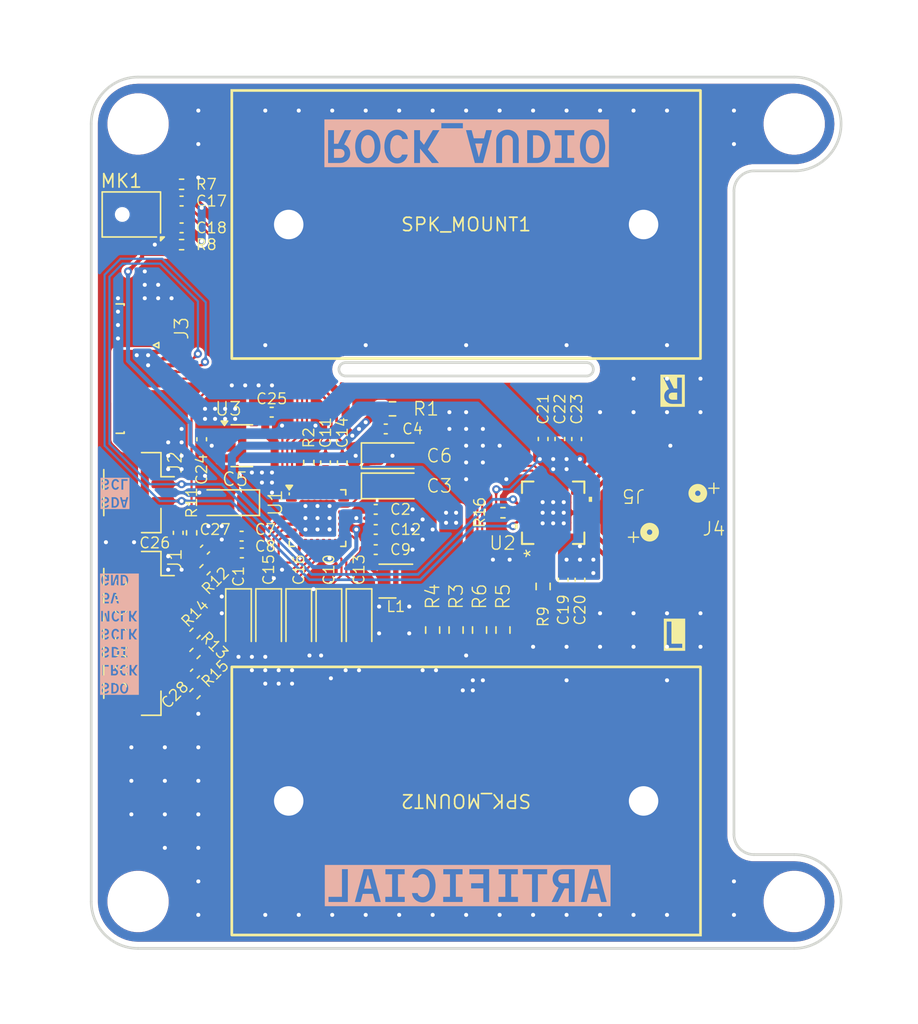
<source format=kicad_pcb>
(kicad_pcb (version 20241229) (generator "pcbnew") (generator_version "9.0")
  (title_block (title "ROCK_SCREEN"))
  (layers (0 "F.Cu" signal) (2 "B.Cu" signal) (13 "F.Paste" user) (15 "B.Paste" user) (5 "F.SilkS" user "F.Silkscreen") (7 "B.SilkS" user "B.Silkscreen") (1 "F.Mask" user) (3 "B.Mask" user) (25 "Edge.Cuts" user))
  (net 0 "")
  (net 1 "Net-(U1-VREF)")
  (net 2 "GND")
  (net 3 "Net-(U1-ADCVREF)")
  (net 4 "Net-(U1-VMID)")
  (net 5 "+3.3V")
  (net 6 "AVDD_CODEC")
  (net 7 "Net-(C10-Pad2)")
  (net 8 "Net-(U1-ROUT2)")
  (net 9 "Net-(MK1-OUT+)")
  (net 10 "Net-(U1-LIN1)")
  (net 11 "Net-(C13-Pad2)")
  (net 12 "Net-(U1-LOUT2)")
  (net 13 "Net-(MK1-OUT-)")
  (net 14 "Net-(U1-RIN1)")
  (net 15 "Net-(U1-ROUT1)")
  (net 16 "Net-(C15-Pad2)")
  (net 17 "Net-(C16-Pad2)")
  (net 18 "Net-(U1-LOUT1)")
  (net 19 "AGND_CODEC")
  (net 20 "+5V")
  (net 21 "/I2S_MCLK")
  (net 22 "/I2S_SDI")
  (net 23 "/I2S_SDO")
  (net 24 "/I2S_SCLK")
  (net 25 "/I2S_LRCK")
  (net 26 "/CTP_SDA")
  (net 27 "/CTP_SCL")
  (net 28 "/SPK_OUTL-")
  (net 29 "/SPK_OUTL+")
  (net 30 "/SPK_OUTR+")
  (net 31 "/SPK_OUTR-")
  (net 32 "Net-(U1-CE)")
  (net 33 "/AUDIO_MID_R2")
  (net 34 "/AUDIO_MID_L2")
  (net 35 "/AUDIO_MID_R1")
  (net 36 "/AUDIO_MID_L1")
  (net 37 "AGND_AMP")
  (net 38 "Net-(U2-SDZ)")
  (net 46 "Net-(U1-MCLK)")
  (net 47 "Net-(U1-SCLK)")
  (net 48 "Net-(U1-LRCK)")
  (net 49 "Net-(U1-DSDIN)")
  (net 50 "Net-(U1-ASDOUT)")
  (footprint "Resistor_SMD:R_0402_1005Metric" (layer "F.Cu") (at 179.75 150 45)
    (property "Reference" "R14")
    (property "Value" "33Ω")
  )
  (footprint "Resistor_SMD:R_0603_1608Metric" (layer "F.Cu") (at 202.75 149.75 -90)
    (property "Reference" "R5")
    (property "Value" "10Ω")
  )
  (footprint "Capacitor_SMD:C_0402_1005Metric" (layer "F.Cu") (at 178.75 117.75)
    (property "Reference" "C17")
    (property "Value" "0.1μF")
  )
  (footprint "Resistor_SMD:R_0603_1608Metric" (layer "F.Cu") (at 205.75 146.5 -90)
    (property "Reference" "R9")
    (property "Value" "0Ω")
  )
  (footprint "Capacitor_SMD:C_0402_1005Metric" (layer "F.Cu") (at 193.25 142.25 180)
    (property "Reference" "C12")
    (property "Value" "1μF")
  )
  (footprint "Package_DFN_QFN:QFN-28-1EP_4x4mm_P0.45mm_EP2.6x2.6mm" (layer "F.Cu") (at 188.9 141.4)
    (property "Reference" "U1")
    (property "Value" "ES8388")
  )
  (footprint "Connector_JST:JST_GH_SM07B-GHS-TB_1x07-1MP_P1.25mm_Horizontal" (layer "F.Cu") (at 175.5 150 -90)
    (property "Reference" "J1")
    (property "Value" "Conn_01x07_MountingPin")
  )
  (footprint "Capacitor_SMD:C_0402_1005Metric" (layer "F.Cu") (at 193.25 140.75)
    (property "Reference" "C2")
    (property "Value" "0.1μF")
  )
  (footprint "Capacitor_Tantalum_SMD:CP_EIA-3216-18_Kemet-A" (layer "F.Cu") (at 183 149 -90)
    (property "Reference" "C1")
    (property "Value" "10μF")
  )
  (footprint "Resistor_SMD:R_0402_1005Metric" (layer "F.Cu") (at 180.5 145.25 45)
    (property "Reference" "R12")
    (property "Value" "33Ω")
  )
  (footprint "Capacitor_SMD:C_0402_1005Metric" (layer "F.Cu") (at 207.25 146 -90)
    (property "Reference" "C19")
    (property "Value" "0.1μF")
  )
  (footprint "Resistor_SMD:R_0603_1608Metric" (layer "F.Cu") (at 194.5 133.25)
    (property "Reference" "R1")
    (property "Value" "0Ω")
  )
  (footprint "MountingHole:MountingHole_2.7mm_M2.5_ISO14580" (layer "F.Cu") (at 175.5 170)
    (property "Reference" "H2" (hide yes))
    (property "Value" "MountingHole")
  )
  (footprint "Artix_Library:MX1.25-2P-H" (layer "F.Cu") (at 215.5 137.25 180)
    (property "Reference" "J5")
    (property "Value" "Conn_01x02_MountingPin")
  )
  (footprint "Capacitor_Tantalum_SMD:CP_EIA-3216-18_Kemet-A" (layer "F.Cu") (at 194.5 136.75)
    (property "Reference" "C6")
    (property "Value" "10μF")
  )
  (footprint "Capacitor_SMD:C_0402_1005Metric" (layer "F.Cu") (at 180.25 135.52 -90)
    (property "Reference" "C24")
    (property "Value" "1μF")
  )
  (footprint "Resistor_SMD:R_0603_1608Metric" (layer "F.Cu") (at 201 149.75 -90)
    (property "Reference" "R6")
    (property "Value" "10Ω")
  )
  (footprint "Sensor_Audio:Infineon_PG-LLGA-5-2" (layer "F.Cu") (at 175 118.75 180)
    (property "Reference" "MK1")
    (property "Value" "IM73A135V01")
  )
  (footprint "Capacitor_SMD:C_0402_1005Metric" (layer "F.Cu") (at 190.75 137.25 90)
    (property "Reference" "C14")
    (property "Value" "1μF")
  )
  (footprint "Capacitor_SMD:C_0402_1005Metric" (layer "F.Cu") (at 194 134.75)
    (property "Reference" "C4")
    (property "Value" "0.1μF")
  )
  (footprint "Resistor_SMD:R_0402_1005Metric" (layer "F.Cu") (at 179.5 142.5 90)
    (property "Reference" "R11")
    (property "Value" "33Ω")
  )
  (footprint "Resistor_SMD:R_0402_1005Metric" (layer "F.Cu") (at 179.75 154.5 45)
    (property "Reference" "R15")
    (property "Value" "33Ω")
  )
  (footprint "Artix_Library:RTJ20_2P7X2P7" (layer "F.Cu") (at 206.5 141 90)
    (property "Reference" "U2")
    (property "Value" "TPA2016D2RTJR")
  )
  (footprint "Resistor_SMD:R_0402_1005Metric" (layer "F.Cu") (at 179.75 151.5 45)
    (property "Reference" "R13")
    (property "Value" "33Ω")
  )
  (footprint "Inductor_SMD_Wurth:L_Wurth_WE-LQSH-2512" (layer "F.Cu") (at 194.75 146.1 180)
    (property "Reference" "L1")
    (property "Value" "10µH")
  )
  (footprint "Capacitor_SMD:C_0402_1005Metric" (layer "F.Cu") (at 207 135.5 -90)
    (property "Reference" "C22")
    (property "Value" "0.1μF")
  )
  (footprint "Connector_JST:JST_GH_SM02B-GHS-TB_1x02-1MP_P1.25mm_Horizontal" (layer "F.Cu") (at 175.5 139.5 -90)
    (property "Reference" "J2")
    (property "Value" "Conn_01x02_MountingPin")
  )
  (footprint "Capacitor_Tantalum_SMD:CP_EIA-3216-18_Kemet-A" (layer "F.Cu") (at 182.25 140.25 180)
    (property "Reference" "C5")
    (property "Value" "10μF")
  )
  (footprint "Capacitor_Tantalum_SMD:CP_EIA-3216-18_Kemet-A" (layer "F.Cu") (at 185.25 149 -90)
    (property "Reference" "C15")
    (property "Value" "1μF")
  )
  (footprint "Capacitor_SMD:C_0402_1005Metric" (layer "F.Cu") (at 208.5 146 -90)
    (property "Reference" "C20")
    (property "Value" "1μF")
  )
  (footprint "Capacitor_Tantalum_SMD:CP_EIA-3216-18_Kemet-A" (layer "F.Cu") (at 194.5 139)
    (property "Reference" "C3")
    (property "Value" "10μF")
  )
  (footprint "MountingHole:MountingHole_2.7mm_M2.5_ISO14580" (layer "F.Cu") (at 224.5 112)
    (property "Reference" "H3" (hide yes))
    (property "Value" "MountingHole")
  )
  (footprint "Capacitor_SMD:C_0402_1005Metric" (layer "F.Cu") (at 189.5 137.25 90)
    (property "Reference" "C11")
    (property "Value" "1μF")
  )
  (footprint "Capacitor_SMD:C_0402_1005Metric" (layer "F.Cu") (at 178.5 142.5 90)
    (property "Reference" "C26")
    (property "Value" "30pF")
  )
  (footprint "Resistor_SMD:R_0603_1608Metric" (layer "F.Cu") (at 197.5 149.75 -90)
    (property "Reference" "R4")
    (property "Value" "10Ω")
  )
  (footprint "Capacitor_SMD:C_0402_1005Metric" (layer "F.Cu") (at 183.25 144 180)
    (property "Reference" "C8")
    (property "Value" "0.1μF")
  )
  (footprint "Capacitor_SMD:C_0402_1005Metric" (layer "F.Cu") (at 178.75 119.75)
    (property "Reference" "C18")
    (property "Value" "0.1μF")
  )
  (footprint "MountingHole:MountingHole_2.7mm_M2.5_ISO14580" (layer "F.Cu") (at 175.5 112)
    (property "Reference" "H1" (hide yes))
    (property "Value" "MountingHole")
  )
  (footprint "Artix_Library:MX1.25-2P-H" (layer "F.Cu") (at 215.5 144.75)
    (property "Reference" "J4")
    (property "Value" "Conn_01x02_MountingPin")
  )
  (footprint "Capacitor_SMD:C_0402_1005Metric" (layer "F.Cu") (at 185.48 133.5)
    (property "Reference" "C25")
    (property "Value" "1μF")
  )
  (footprint "Package_TO_SOT_SMD:SOT-23-5" (layer "F.Cu") (at 183.25 136)
    (property "Reference" "U3")
    (property "Value" "ME6211C33M5")
  )
  (footprint "Capacitor_SMD:C_0402_1005Metric" (layer "F.Cu") (at 179.75 153 45)
    (property "Reference" "C28")
    (property "Value" "30pF")
  )
  (footprint "Resistor_SMD:R_0402_1005Metric" (layer "F.Cu") (at 178.75 121 180)
    (property "Reference" "R8")
    (property "Value" "2.2kΩ")
  )
  (footprint "Connector_FFC-FPC:TE_0-1734839-8_1x08-1MP_P0.5mm_Horizontal" (layer "F.Cu") (at 176.5 130.25 -90)
    (property "Reference" "J3")
    (property "Value" "Conn_01x08_MountingPin")
  )
  (footprint "Capacitor_SMD:C_0402_1005Metric" (layer "F.Cu") (at 208.25 135.5 -90)
    (property "Reference" "C23")
    (property "Value" "1μF")
  )
  (footprint "Resistor_SMD:R_0603_1608Metric" (layer "F.Cu") (at 199.25 149.75 -90)
    (property "Reference" "R3")
    (property "Value" "10Ω")
  )
  (footprint "Resistor_SMD:R_0402_1005Metric" (layer "F.Cu") (at 178.75 116.5)
    (property "Reference" "R7")
    (property "Value" "2.2kΩ")
  )
  (footprint "Artix_Library:SPEAKER_XFDZ_3520" (layer "F.Cu") (at 200 162.5 180)
    (property "Reference" "SPK_MOUNT2")
    (property "Value" "~")
  )
  (footprint "Capacitor_SMD:C_0402_1005Metric" (layer "F.Cu") (at 205.75 135.5 -90)
    (property "Reference" "C21")
    (property "Value" "0.1μF")
  )
  (footprint "MountingHole:MountingHole_2.7mm_M2.5_ISO14580" (layer "F.Cu") (at 224.5 170)
    (property "Reference" "H4" (hide yes))
    (property "Value" "MountingHole")
  )
  (footprint "Capacitor_Tantalum_SMD:CP_EIA-3216-18_Kemet-A" (layer "F.Cu") (at 189.75 149 -90)
    (property "Reference" "C10")
    (property "Value" "1μF")
  )
  (footprint "Artix_Library:SPEAKER_XFDZ_3520" (layer "F.Cu") (at 200 119.5)
    (property "Reference" "SPK_MOUNT1")
    (property "Value" "~")
  )
  (footprint "Capacitor_Tantalum_SMD:CP_EIA-3216-18_Kemet-A" (layer "F.Cu") (at 187.5 149 -90)
    (property "Reference" "C16")
    (property "Value" "1μF")
  )
  (footprint "Resistor_SMD:R_0402_1005Metric" (layer "F.Cu") (at 202.75 141 180)
    (property "Reference" "R16")
    (property "Value" "10kΩ")
  )
  (footprint "Capacitor_SMD:C_0402_1005Metric" (layer "F.Cu") (at 180.5 143.75 -135)
    (property "Reference" "C27")
    (property "Value" "30pF")
  )
  (footprint "Capacitor_SMD:C_0402_1005Metric" (layer "F.Cu") (at 193.25 143.75 180)
    (property "Reference" "C9")
    (property "Value" "0.1μF")
  )
  (footprint "Capacitor_Tantalum_SMD:CP_EIA-3216-18_Kemet-A" (layer "F.Cu") (at 192 149 -90)
    (property "Reference" "C13")
    (property "Value" "1μF")
  )
  (footprint "Resistor_SMD:R_0402_1005Metric" (layer "F.Cu") (at 188.25 137.25 -90)
    (property "Reference" "R2")
    (property "Value" "10kΩ")
  )
  (footprint "Capacitor_SMD:C_0402_1005Metric" (layer "F.Cu") (at 183.23 142.75 180)
    (property "Reference" "C7")
    (property "Value" "0.1μF")
  )
  (gr_line (start 175.5 173.5) (end 224.5 173.5) (stroke (width 0.2)) (layer "Edge.Cuts"))
  (gr_arc (start 209 129.8) (mid 209.5 130.3) (end 209 130.8) (stroke (width 0.2)) (layer "Edge.Cuts"))
  (gr_arc (start 220 117) (mid 220.43934 115.93934) (end 221.5 115.5) (stroke (width 0.2)) (layer "Edge.Cuts"))
  (gr_arc (start 191 130.8) (mid 190.5 130.3) (end 191 129.8) (stroke (width 0.2)) (layer "Edge.Cuts"))
  (gr_line (start 191 130.8) (end 209 130.8) (stroke (width 0.2)) (layer "Edge.Cuts"))
  (gr_line (start 209 129.8) (end 191 129.8) (stroke (width 0.2)) (layer "Edge.Cuts"))
  (gr_arc (start 172 112) (mid 173.025126 109.525126) (end 175.5 108.5) (stroke (width 0.2)) (layer "Edge.Cuts"))
  (gr_arc (start 224.5 166.5) (mid 228 170) (end 224.5 173.5) (stroke (width 0.2)) (layer "Edge.Cuts"))
  (gr_line (start 172 112) (end 172 170) (stroke (width 0.2)) (layer "Edge.Cuts"))
  (gr_line (start 175.5 108.5) (end 224.5 108.5) (stroke (width 0.2)) (layer "Edge.Cuts"))
  (gr_arc (start 221.5 166.5) (mid 220.43934 166.06066) (end 220 165) (stroke (width 0.2)) (layer "Edge.Cuts"))
  (gr_line (start 224.5 115.5) (end 221.5 115.5) (stroke (width 0.2)) (layer "Edge.Cuts"))
  (gr_line (start 224.5 166.5) (end 221.5 166.5) (stroke (width 0.2)) (layer "Edge.Cuts"))
  (gr_line (start 220 117) (end 220 165) (stroke (width 0.2)) (layer "Edge.Cuts"))
  (gr_arc (start 175.5 173.5) (mid 173.025126 172.474874) (end 172 170) (stroke (width 0.2)) (layer "Edge.Cuts"))
  (gr_arc (start 224.5 108.5) (mid 228 112) (end 224.5 115.5) (stroke (width 0.2)) (layer "Edge.Cuts"))
  (gr_text "+" (at 218.5 139.25 180) (layer "F.SilkS") (effects (font (size 1 1) (thickness 0.1))))
  (gr_text "JLCJLCJLCJLC" (at 174.25 150 90) (layer "F.SilkS") (effects (font (size 0.8 0.8) (thickness 0.1))))
  (gr_text "R" (at 215.5 131.75 180) (layer "F.SilkS" knockout) (effects (font (size 2 2) (thickness 0.2) (bold yes))))
  (gr_text "+" (at 212.5 142.75 0) (layer "F.SilkS") (effects (font (size 1 1) (thickness 0.1))))
  (gr_text "L" (at 215.5 150.25 0) (layer "F.SilkS" knockout) (effects (font (size 2 2) (thickness 0.2) (bold yes))))
  (gr_text "ROCK_AUDIO" (at 200 113.5 180) (layer "B.SilkS" knockout) (effects (font (size 2.5 2.5) (thickness 0.2) (bold yes)) (justify mirror)))
  (gr_text "SDA\nSCL" (at 172.75 139.5 180) (layer "B.SilkS" knockout) (effects (font (size 0.8 0.8) (thickness 0.15) (bold yes)) (justify left mirror)))
  (gr_text "ARTIFICIAL" (at 200 169 0) (layer "B.SilkS" knockout) (effects (font (size 2.5 2.5) (thickness 0.2) (bold yes)) (justify mirror)))
  (gr_text "SDO\nLRCK\nSDI\nSCLK\nMCLK\n5V\nGND" (at 172.75 150 180) (layer "B.SilkS" knockout) (effects (font (size 0.8 0.8) (thickness 0.15) (bold yes)) (justify left mirror)))
  (segment (start 183.9885 146.659) (end 183 147.6475) (width 0.16) (layer "F.Cu") (net 1))
  (segment (start 185.620468 146.659) (end 183.9885 146.659) (width 0.16) (layer "F.Cu") (net 1))
  (segment (start 188.45 143.35) (end 188.45 143.829468) (width 0.16) (layer "F.Cu") (net 1))
  (segment (start 188.45 143.829468) (end 185.620468 146.659) (width 0.16) (layer "F.Cu") (net 1))
  (segment (start 186.95 141.4) (end 188 141.4) (width 0.2) (layer "F.Cu") (net 2))
  (segment (start 185.96 133.5) (end 185.96 134.21) (width 0.6) (layer "F.Cu") (net 2))
  (segment (start 188 141.4) (end 188.9 141.4) (width 0.2) (layer "F.Cu") (net 2))
  (segment (start 182.1125 136) (end 180.25 136) (width 0.6) (layer "F.Cu") (net 2))
  (segment (start 185.96 134.21) (end 186.25 134.5) (width 0.6) (layer "F.Cu") (net 2))
  (via (at 215 148.5) (size 0.6) (drill 0.3) (layers "F.Cu" "B.Cu") (net 2))
  (via (at 181.75 142) (size 0.6) (drill 0.3) (layers "F.Cu" "B.Cu") (net 2))
  (via (at 200 136) (size 0.6) (drill 0.3) (layers "F.Cu" "B.Cu") (net 2))
  (via (at 186.25 134.5) (size 0.6) (drill 0.3) (layers "F.Cu" "B.Cu") (net 2))
  (via (at 196.75 141.5) (size 0.6) (drill 0.3) (layers "F.Cu" "B.Cu") (net 2))
  (via (at 180 163.5) (size 0.6) (drill 0.3) (layers "F.Cu" "B.Cu") (net 2))
  (via (at 200 151.65) (size 0.6) (drill 0.3) (layers "F.Cu" "B.Cu") (net 2))
  (via (at 188 142.25) (size 0.6) (drill 0.3) (layers "F.Cu" "B.Cu") (net 2))
  (via (at 200 133.5) (size 0.6) (drill 0.3) (layers "F.Cu" "B.Cu") (net 2))
  (via (at 176 125) (size 0.6) (drill 0.3) (layers "F.Cu" "B.Cu") (net 2))
  (via (at 186 153.75) (size 0.6) (drill 0.3) (layers "F.Cu" "B.Cu") (net 2))
  (via (at 197.5 111) (size 0.6) (drill 0.3) (layers "F.Cu" "B.Cu") (net 2))
  (via (at 192.5 171) (size 0.6) (drill 0.3) (layers "F.Cu" "B.Cu") (net 2))
  (via (at 192.5 111) (size 0.6) (drill 0.3) (layers "F.Cu" "B.Cu") (net 2))
  (via (at 177.75 135.75) (size 0.6) (drill 0.3) (layers "F.Cu" "B.Cu") (net 2))
  (via (at 210 151) (size 0.6) (drill 0.3) (layers "F.Cu" "B.Cu") (net 2))
  (via (at 180.5 138.25) (size 0.6) (drill 0.3) (layers "F.Cu" "B.Cu") (net 2))
  (via (at 207.5 153.5) (size 0.6) (drill 0.3) (layers "F.Cu" "B.Cu") (net 2))
  (via (at 177.75 136.75) (size 0.6) (drill 0.3) (layers "F.Cu" "B.Cu") (net 2))
  (via (at 183 151.75) (size 0.6) (drill 0.3) (layers "F.Cu" "B.Cu") (net 2))
  (via (at 200 171) (size 0.6) (drill 0.3) (layers "F.Cu" "B.Cu") (net 2))
  (via (at 215 128.5) (size 0.6) (drill 0.3) (layers "F.Cu" "B.Cu") (net 2))
  (via (at 174 128) (size 0.6) (drill 0.3) (layers "F.Cu" "B.Cu") (net 2))
  (via (at 185 151.75) (size 0.6) (drill 0.3) (layers "F.Cu" "B.Cu") (net 2))
  (via (at 215.25 136) (size 0.6) (drill 0.3) (layers "F.Cu" "B.Cu") (net 2))
  (via (at 180 116) (size 0.6) (drill 0.3) (layers "F.Cu" "B.Cu") (net 2))
  (via (at 184.5 131.5) (size 0.6) (drill 0.3) (layers "F.Cu" "B.Cu") (net 2))
  (via (at 187 152.75) (size 0.6) (drill 0.3) (layers "F.Cu" "B.Cu") (net 2))
  (via (at 205 151) (size 0.6) (drill 0.3) (layers "F.Cu" "B.Cu") (net 2))
  (via (at 210 171) (size 0.6) (drill 0.3) (layers "F.Cu" "B.Cu") (net 2))
  (via (at 177.5 161) (size 0.6) (drill 0.3) (layers "F.Cu" "B.Cu") (net 2))
  (via (at 205 171) (size 0.6) (drill 0.3) (layers "F.Cu" "B.Cu") (net 2))
  (via (at 197.5 171) (size 0.6) (drill 0.3) (layers "F.Cu" "B.Cu") (net 2))
  (via (at 198.75 134.75) (size 0.6) (drill 0.3) (layers "F.Cu" "B.Cu") (net 2))
  (via (at 180 166) (size 0.6) (drill 0.3) (layers "F.Cu" "B.Cu") (net 2))
  (via (at 177.75 137.75) (size 0.6) (drill 0.3) (layers "F.Cu" "B.Cu") (net 2))
  (via (at 188.6 146.7) (size 0.5) (drill 0.3) (layers "F.Cu" "B.Cu") (net 2))
  (via (at 182.5 131.5) (size 0.6) (drill 0.3) (layers "F.Cu" "B.Cu") (net 2))
  (via (at 180 168.5) (size 0.6) (drill 0.3) (layers "F.Cu" "B.Cu") (net 2))
  (via (at 192 152.75) (size 0.6) (drill 0.3) (layers "F.Cu" "B.Cu") (net 2))
  (via (at 188 141.4) (size 0.6) (drill 0.3) (layers "F.Cu" "B.Cu") (net 2))
  (via (at 175 161) (size 0.6) (drill 0.3) (layers "F.Cu" "B.Cu") (net 2))
  (via (at 210 133.5) (size 0.6) (drill 0.3) (layers "F.Cu" "B.Cu") (net 2))
  (via (at 181 136) (size 0.6) (drill 0.3) (layers "F.Cu" "B.Cu") (net 2))
  (via (at 217.5 131) (size 0.6) (drill 0.3) (layers "F.Cu" "B.Cu") (net 2))
  (via (at 200.5 154.25) (size 0.6) (drill 0.3) (layers "F.Cu" "B.Cu") (net 2))
  (via (at 200 134.75) (size 0.6) (drill 0.3) (layers "F.Cu" "B.Cu") (net 2))
  (via (at 175 158.5) (size 0.6) (drill 0.3) (layers "F.Cu" "B.Cu") (net 2))
  (via (at 201.25 136) (size 0.6) (drill 0.3) (layers "F.Cu" "B.Cu") (net 2))
  (via (at 189.8 140.5) (size 0.6) (drill 0.3) (layers "F.Cu" "B.Cu") (net 2))
  (via (at 202.5 136) (size 0.6) (drill 0.3) (layers "F.Cu" "B.Cu") (net 2))
  (via (at 193.5 150) (size 0.6) (drill 0.3) (layers "F.Cu" "B.Cu") (net 2))
  (via (at 185 111) (size 0.6) (drill 0.3) (layers "F.Cu" "B.Cu") (net 2))
  (via (at 180.074 139.5) (size 0.6) (drill 0.3) (layers "F.Cu" "B.Cu") (net 2))
  (via (at 212.5 148.5) (size 0.6) (drill 0.3) (layers "F.Cu" "B.Cu") (net 2))
  (via (at 184 152.75) (size 0.6) (drill 0.3) (layers "F.Cu" "B.Cu") (net 2))
  (via (at 215 171) (size 0.6) (drill 0.3) (layers "F.Cu" "B.Cu") (net 2))
  (via (at 176.75 121) (size 0.6) (drill 0.3) (layers "F.Cu" "B.Cu") (net 2))
  (via (at 189.9 153.35) (size 0.6) (drill 0.3) (layers "F.Cu" "B.Cu") (net 2))
  (via (at 174 127) (size 0.6) (drill 0.3) (layers "F.Cu" "B.Cu") (net 2))
  (via (at 196 142.25) (size 0.6) (drill 0.3) (layers "F.Cu" "B.Cu") (net 2))
  (via (at 197.5 142.25) (size 0.6) (drill 0.3) (layers "F.Cu" "B.Cu") (net 2))
  (via (at 215 151) (size 0.6) (drill 0.3) (layers "F.Cu" "B.Cu") (net 2))
  (via (at 195 171) (size 0.6) (drill 0.3) (layers "F.Cu" "B.Cu") (net 2))
  (via (at 199.75 154.25) (size 0.6) (drill 0.3) (layers "F.Cu" "B.Cu") (net 2))
  (via (at 187 153.75) (size 0.6) (drill 0.3) (layers "F.Cu" "B.Cu") (net 2))
  (via (at 183.5 131.5) (size 0.6) (drill 0.3) (layers "F.Cu" "B.Cu") (net 2))
  (via (at 202 144.5) (size 0.6) (drill 0.3) (layers "F.Cu" "B.Cu") (net 2))
  (via (at 177.75 144.25) (size 0.6) (drill 0.3) (layers "F.Cu" "B.Cu") (net 2))
  (via (at 189.17 151.65) (size 0.6) (drill 0.3) (layers "F.Cu" "B.Cu") (net 2))
  (via (at 185 171) (size 0.6) (drill 0.3) (layers "F.Cu" "B.Cu") (net 2))
  (via (at 215 133.5) (size 0.6) (drill 0.3) (layers "F.Cu" "B.Cu") (net 2))
  (via (at 220 111) (size 0.6) (drill 0.3) (layers "F.Cu" "B.Cu") (net 2))
  (via (at 200 111) (size 0.6) (drill 0.3) (layers "F.Cu" "B.Cu") (net 2))
  (via (at 197.75 152.75) (size 0.6) (drill 0.3) (layers "F.Cu" "B.Cu") (net 2))
  (via (at 217.5 151) (size 0.6) (drill 0.3) (layers "F.Cu" "B.Cu") (net 2))
  (via (at 217.5 133.5) (size 0.6) (drill 0.3) (layers "F.Cu" "B.Cu") (net 2))
  (via (at 178 125) (size 0.6) (drill 0.3) (layers "F.Cu" "B.Cu") (net 2))
  (via (at 215 111) (size 0.6) (drill 0.3) (layers "F.Cu" "B.Cu") (net 2))
  (via (at 177.75 145.25) (size 0.6) (drill 0.3) (layers "F.Cu" "B.Cu") (net 2))
  (via (at 180 113.5) (size 0.6) (drill 0.3) (layers "F.Cu" "B.Cu") (net 2))
  (via (at 190 111) (size 0.6) (drill 0.3) (layers "F.Cu" "B.Cu") (net 2))
  (via (at 215 131) (size 0.6) (drill 0.3) (layers "F.Cu" "B.Cu") (net 2))
  (via (at 177.5 163.5) (size 0.6) (drill 0.3) (layers "F.Cu" "B.Cu") (net 2))
  (via (at 188.9 141.4) (size 0.6) (drill 0.3) (layers "F.Cu" "B.Cu") (net 2))
  (via (at 177.5 158.5) (size 0.6) (drill 0.3) (layers "F.Cu" "B.Cu") (net 2))
  (via (at 220 113.5) (size 0.6) (drill 0.3) (layers "F.Cu" "B.Cu") (net 2))
  (via (at 186.25 145.25) (size 0.5) (drill 0.3) (layers "F.Cu" "B.Cu") (net 2))
  (via (at 196.75 143) (size 0.6) (drill 0.3) (layers "F.Cu" "B.Cu") (net 2))
  (via (at 175 163.5) (size 0.6) (drill 0.3) (layers "F.Cu" "B.Cu") (net 2))
  (via (at 210 111) (size 0.6) (drill 0.3) (layers "F.Cu" "B.Cu") (net 2))
  (via (at 203.25 144.5) (size 0.6) (drill 0.3) (layers "F.Cu" "B.Cu") (net 2))
  (via (at 188.9 140.5) (size 0.6) (drill 0.3) (layers "F.Cu" "B.Cu") (net 2))
  (via (at 200.5 153.5) (size 0.6) (drill 0.3) (layers "F.Cu" "B.Cu") (net 2))
  (via (at 191.75 136.75) (size 0.6) (drill 0.3) (layers "F.Cu" "B.Cu") (net 2))
  (via (at 215 153.5) (size 0.6) (drill 0.3) (layers "F.Cu" "B.Cu") (net 2))
  (via (at 180 158.5) (size 0.6) (drill 0.3) (layers "F.Cu" "B.Cu") (net 2))
  (via (at 186 152.75) (size 0.6) (drill 0.3) (layers "F.Cu" "B.Cu") (net 2))
  (via (at 200 137.25) (size 0.6) (drill 0.3) (layers "F.Cu" "B.Cu") (net 2))
  (via (at 191 152.75) (size 0.6) (drill 0.3) (layers "F.Cu" "B.Cu") (net 2))
  (via (at 194.5 136.75) (size 0.6) (drill 0.3) (layers "F.Cu" "B.Cu") (net 2))
  (via (at 188.3 151.65) (size 0.6) (drill 0.3) (layers "F.Cu" "B.Cu") (net 2))
  (via (at 176 123) (size 0.6) (drill 0.3) (layers "F.Cu" "B.Cu") (net 2))
  (via (at 178.75 136.75) (size 0.6) (drill 0.3) (layers "F.Cu" "B.Cu") (net 2))
  (via (at 190 171) (size 0.6) (drill 0.3) (layers "F.Cu" "B.Cu") (net 2))
  (via (at 196 140.75) (size 0.6) (drill 0.3) (layers "F.Cu" "B.Cu") (net 2))
  (via (at 195.75 150) (size 0.6) (drill 0.3) (layers "F.Cu" "B.Cu") (net 2))
  (via (at 180 161) (size 0.6) (drill 0.3) (layers "F.Cu" "B.Cu") (net 2))
  (via (at 202.5 111) (size 0.6) (drill 0.3) (layers "F.Cu" "B.Cu") (net 2))
  (via (at 220 168.5) (size 0.6) (drill 0.3) (layers "F.Cu" "B.Cu") (net 2))
  (via (at 198.75 133.5) (size 0.6) (drill 0.3) (layers "F.Cu" "B.Cu") (net 2))
  (via (at 207.5 151) (size 0.6) (drill 0.3) (layers "F.Cu" "B.Cu") (net 2))
  (via (at 210 148.5) (size 0.6) (drill 0.3) (layers "F.Cu" "B.Cu") (net 2))
  (via (at 196.75 152.75) (size 0.6) (drill 0.3) (layers "F.Cu" "B.Cu") (net 2))
  (via (at 177.5 166) (size 0.6) (drill 0.3) (layers "F.Cu" "B.Cu") (net 2))
  (via (at 174 125) (size 0.6) (drill 0.3) (layers "F.Cu" "B.Cu") (net 2))
  (via (at 175.2 143.2) (size 0.6) (drill 0.3) (layers "F.Cu" "B.Cu") (net 2))
  (via (at 201.25 134.75) (size 0.6) (drill 0.3) (layers "F.Cu" "B.Cu") (net 2))
  (via (at 184 151.75) (size 0.6) (drill 0.3) (layers "F.Cu" "B.Cu") (net 2))
  (via (at 185 152.75) (size 0.6) (drill 0.3) (layers "F.Cu" "B.Cu") (net 2))
  (via (at 200 138.5) (size 0.6) (drill 0.3) (layers "F.Cu" "B.Cu") (net 2))
  (via (at 180 171) (size 0.6) (drill 0.3) (layers "F.Cu" "B.Cu") (net 2))
  (via (at 212.5 171) (size 0.6) (drill 0.3) (layers "F.Cu" "B.Cu") (net 2))
  (via (at 188.75 134.5) (size 0.6) (drill 0.3) (layers "F.Cu" "B.Cu") (net 2))
  (via (at 178.75 135.75) (size 0.6) (drill 0.3) (layers "F.Cu" "B.Cu") (net 2))
  (via (at 187.5 111) (size 0.6) (drill 0.3) (layers "F.Cu" "B.Cu") (net 2))
  (via (at 185 128.5) (size 0.6) (drill 0.3) (layers "F.Cu" "B.Cu") (net 2))
  (via (at 195 111) (size 0.6) (drill 0.3) (layers "F.Cu" "B.Cu") (net 2))
  (via (at 212.5 151) (size 0.6) (drill 0.3) (layers "F.Cu" "B.Cu") (net 2))
  (via (at 212.5 111) (size 0.6) (drill 0.3) (layers "F.Cu" "B.Cu") (net 2))
  (via (at 193.5 148) (size 0.6) (drill 0.3) (layers "F.Cu" "B.Cu") (net 2))
  (via (at 181.75 143) (size 0.6) (drill 0.3) (layers "F.Cu" "B.Cu") (net 2))
  (via (at 178.75 137.75) (size 0.6) (drill 0.3) (layers "F.Cu" "B.Cu") (net 2))
  (via (at 217.5 148.5) (size 0.6) (drill 0.3) (layers "F.Cu" "B.Cu") (net 2))
  (via (at 180.75 142) (size 0.6) (drill 0.3) (layers "F.Cu" "B.Cu") (net 2))
  (via (at 192.5 128.5) (size 0.6) (drill 0.3) (layers "F.Cu" "B.Cu") (net 2))
  (via (at 188 140.5) (size 0.6) (drill 0.3) (layers "F.Cu" "B.Cu") (net 2))
  (via (at 180 111) (size 0.6) (drill 0.3) (layers "F.Cu" "B.Cu") (net 2))
  (via (at 177 125) (size 0.6) (drill 0.3) (layers "F.Cu" "B.Cu") (net 2))
  (via (at 196 143.75) (size 0.6) (drill 0.3) (layers "F.Cu" "B.Cu") (net 2))
  (via (at 185 153.75) (size 0.6) (drill 0.3) (layers "F.Cu" "B.Cu") (net 2))
  (via (at 188.9 142.25) (size 0.6) (drill 0.3) (layers "F.Cu" "B.Cu") (net 2))
  (via (at 174 126) (size 0.6) (drill 0.3) (layers "F.Cu" "B.Cu") (net 2))
  (via (at 178.75 134.75) (size 0.6) (drill 0.3) (layers "F.Cu" "B.Cu") (net 2))
  (via (at 176 124) (size 0.6) (drill 0.3) (layers "F.Cu" "B.Cu") (net 2))
  (via (at 173.1 143.2) (size 0.6) (drill 0.3) (layers "F.Cu" "B.Cu") (net 2))
  (via (at 202.5 171) (size 0.6) (drill 0.3) (layers "F.Cu" "B.Cu") (net 2))
  (via (at 201.25 153.5) (size 0.6) (drill 0.3) (layers "F.Cu" "B.Cu") (net 2))
  (via (at 205 111) (size 0.6) (drill 0.3) (layers "F.Cu" "B.Cu") (net 2))
  (via (at 203 138.5) (size 0.6) (drill 0.3) (layers "F.Cu" "B.Cu") (net 2))
  (via (at 189.8 142.25) (size 0.6) (drill 0.3) (layers "F.Cu" "B.Cu") (net 2))
  (via (at 180 156) (size 0.6) (drill 0.3) (layers "F.Cu" "B.Cu") (net 2))
  (via (at 220 171) (size 0.6) (drill 0.3) (layers "F.Cu" "B.Cu") (net 2))
  (via (at 195.75 148) (size 0.6) (drill 0.3) (layers "F.Cu" "B.Cu") (net 2))
  (via (at 200 128.5) (size 0.6) (drill 0.3) (layers "F.Cu" "B.Cu") (net 2))
  (via (at 212.5 131) (size 0.6) (drill 0.3) (layers "F.Cu" "B.Cu") (net 2))
  (via (at 187.5 171) (size 0.6) (drill 0.3) (layers "F.Cu" "B.Cu") (net 2))
  (via (at 189.8 141.4) (size 0.6) (drill 0.3) (layers "F.Cu" "B.Cu") (net 2))
  (via (at 178.75 145.25) (size 0.6) (drill 0.3) (layers "F.Cu" "B.Cu") (net 2))
  (via (at 207.5 171) (size 0.6) (drill 0.3) (layers "F.Cu" "B.Cu") (net 2))
  (via (at 207.5 128.5) (size 0.6) (drill 0.3) (layers "F.Cu" "B.Cu") (net 2))
  (via (at 212.5 133.5) (size 0.6) (drill 0.3) (layers "F.Cu" "B.Cu") (net 2))
  (via (at 201.25 137.25) (size 0.6) (drill 0.3) (layers "F.Cu" "B.Cu") (net 2))
  (via (at 185.5 131.5) (size 0.6) (drill 0.3) (layers "F.Cu" "B.Cu") (net 2))
  (via (at 207.5 111) (size 0.6) (drill 0.3) (layers "F.Cu" "B.Cu") (net 2))
  (via (at 177 124) (size 0.6) (drill 0.3) (layers "F.Cu" "B.Cu") (net 2))
  (via (at 185.639967 145.889967) (size 0.5) (drill 0.3) (layers "F.Cu" "B.Cu") (net 2))
  (via (at 181.75 148.5) (size 0.5) (drill 0.3) (layers "F.Cu" "B.Cu") (net 2))
  (via (at 181.75 147.25) (size 0.5) (drill 0.3) (layers "F.Cu" "B.Cu") (net 2))
  (segment (start 186.25 134.5) (end 188.75 134.5) (width 0.6) (layer "B.Cu") (net 2))
  (segment (start 191.428341 140.95) (end 191.628341 140.75) (width 0.16) (layer "F.Cu") (net 3))
  (segment (start 191.628341 140.75) (end 192.77 140.75) (width 0.16) (layer "F.Cu") (net 3))
  (segment (start 190.85 140.95) (end 191.428341 140.95) (width 0.16) (layer "F.Cu") (net 3))
  (segment (start 191.299386 140.5) (end 192.159 139.640386) (width 0.16) (layer "F.Cu") (net 4))
  (segment (start 193.1475 135.1225) (end 193.52 134.75) (width 0.16) (layer "F.Cu") (net 4))
  (segment (start 192.159 139.640386) (end 192.159 137.7385) (width 0.16) (layer "F.Cu") (net 4))
  (segment (start 192.159 137.7385) (end 193.1475 136.75) (width 0.16) (layer "F.Cu") (net 4))
  (segment (start 190.85 140.5) (end 191.299386 140.5) (width 0.16) (layer "F.Cu") (net 4))
  (segment (start 193.1475 136.75) (end 193.1475 135.1225) (width 0.16) (layer "F.Cu") (net 4))
  (segment (start 185.697 137.803) (end 185.5 138) (width 0.6) (layer "F.Cu") (net 5))
  (segment (start 185.05 135.05) (end 185.697 135.697) (width 0.6) (layer "F.Cu") (net 5))
  (segment (start 185 135) (end 185.05 135.05) (width 0.6) (layer "F.Cu") (net 5))
  (segment (start 185 133.5) (end 185 135) (width 0.6) (layer "F.Cu") (net 5))
  (segment (start 185.697 135.697) (end 185.697 137.803) (width 0.6) (layer "F.Cu") (net 5))
  (segment (start 184.3875 135.05) (end 185.05 135.05) (width 0.6) (layer "F.Cu") (net 5))
  (via (at 185.5 138) (size 0.6) (drill 0.3) (layers "F.Cu" "B.Cu") (net 5))
  (via (at 184 138) (size 0.6) (drill 0.3) (layers "F.Cu" "B.Cu") (net 5))
  (via (at 199.25 141.75) (size 0.6) (drill 0.3) (layers "F.Cu" "B.Cu") (net 5))
  (via (at 185.5 139.5) (size 0.6) (drill 0.3) (layers "F.Cu" "B.Cu") (net 5))
  (via (at 184.75 138) (size 0.6) (drill 0.3) (layers "F.Cu" "B.Cu") (net 5))
  (via (at 185.5 138.75) (size 0.6) (drill 0.3) (layers "F.Cu" "B.Cu") (net 5))
  (via (at 198.5 141) (size 0.6) (drill 0.3) (layers "F.Cu" "B.Cu") (net 5))
  (via (at 199.25 141) (size 0.6) (drill 0.3) (layers "F.Cu" "B.Cu") (net 5))
  (via (at 198.5 141.75) (size 0.6) (drill 0.3) (layers "F.Cu" "B.Cu") (net 5))
  (via (at 184.75 138.75) (size 0.6) (drill 0.3) (layers "F.Cu" "B.Cu") (net 5))
  (segment (start 178.51 121.75) (end 175.8 121.75) (width 0.2) (layer "F.Cu") (net 6))
  (segment (start 174.75 123) (end 175.8 121.95) (width 0.3) (layer "F.Cu") (net 6))
  (segment (start 175.8 121.75) (end 175.8 120.75) (width 0.3) (layer "F.Cu") (net 6))
  (segment (start 192.77 144.995) (end 193.875 146.1) (width 0.3) (layer "F.Cu") (net 6))
  (segment (start 175.8 121.95) (end 175.8 121.75) (width 0.3) (layer "F.Cu") (net 6))
  (segment (start 179.26 121) (end 178.51 121.75) (width 0.2) (layer "F.Cu") (net 6))
  (segment (start 175.8 120.75) (end 175.8 119.6) (width 0.3) (layer "F.Cu") (net 6))
  (segment (start 192.77 143.75) (end 192.77 144.995) (width 0.3) (layer "F.Cu") (net 6))
  (via (at 191.8 142.25) (size 0.6) (drill 0.3) (layers "F.Cu" "B.Cu") (net 6))
  (via (at 174.75 123) (size 0.6) (drill 0.3) (layers "F.Cu" "B.Cu") (net 6))
  (segment (start 191.8 143.7) (end 190.449 145.051) (width 0.3) (layer "B.Cu") (net 6))
  (segment (start 179.401 135.883871) (end 179.401 134.321654) (width 0.3) (layer "B.Cu") (net 6))
  (segment (start 174.75 129.670654) (end 174.75 123) (width 0.3) (layer "B.Cu") (net 6))
  (segment (start 179.401 134.321654) (end 174.75 129.670654) (width 0.3) (layer "B.Cu") (net 6))
  (segment (start 191.8 142.25) (end 191.8 143.7) (width 0.3) (layer "B.Cu") (net 6))
  (segment (start 188.568129 145.051) (end 179.401 135.883871) (width 0.3) (layer "B.Cu") (net 6))
  (segment (start 190.449 145.051) (end 188.568129 145.051) (width 0.3) (layer "B.Cu") (net 6))
  (segment (start 191.335394 153.935394) (end 197.464606 153.935394) (width 0.16) (layer "F.Cu") (net 7))
  (segment (start 189.75 150.3525) (end 189.75 152.35) (width 0.16) (layer "F.Cu") (net 7))
  (segment (start 197.464606 153.935394) (end 199.25 152.15) (width 0.16) (layer "F.Cu") (net 7))
  (segment (start 199.25 152.15) (end 199.25 150.575) (width 0.16) (layer "F.Cu") (net 7))
  (segment (start 189.75 152.35) (end 191.335394 153.935394) (width 0.16) (layer "F.Cu") (net 7))
  (segment (start 190.25 144) (end 190.689 144.439) (width 0.16) (layer "F.Cu") (net 8))
  (segment (start 190.25 143.35) (end 190.25 144) (width 0.16) (layer "F.Cu") (net 8))
  (segment (start 189.75 146.6) (end 189.75 147.6475) (width 0.16) (layer "F.Cu") (net 8))
  (segment (start 190.689 144.439) (end 190.689 145.661) (width 0.16) (layer "F.Cu") (net 8))
  (segment (start 190.689 145.661) (end 189.75 146.6) (width 0.16) (layer "F.Cu") (net 8))
  (segment (start 185.748 128.748) (end 189.925 132.925) (width 0.2) (layer "F.Cu") (net 9))
  (segment (start 178.27 120.97) (end 178.24 121) (width 0.2) (layer "F.Cu") (net 9))
  (segment (start 189.5 135.76) (end 189.5 136.77) (width 0.2) (layer "F.Cu") (net 9))
  (segment (start 178.27 119.75) (end 178.27 119.02) (width 0.2) (layer "F.Cu") (net 9))
  (segment (start 178.25 119) (end 177.1 119) (width 0.2) (layer "F.Cu") (net 9))
  (segment (start 189.925 132.925) (end 189.925 135.335) (width 0.2) (layer "F.Cu") (net 9))
  (segment (start 178.25 119) (end 179.582958 119) (width 0.2) (layer "F.Cu") (net 9))
  (segment (start 185.748 125.165042) (end 185.748 128.748) (width 0.2) (layer "F.Cu") (net 9))
  (segment (start 178.27 119.75) (end 178.27 120.97) (width 0.2) (layer "F.Cu") (net 9))
  (segment (start 177.1 119) (end 176.5 119.6) (width 0.2) (layer "F.Cu") (net 9))
  (segment (start 179.582958 119) (end 185.748 125.165042) (width 0.2) (layer "F.Cu") (net 9))
  (segment (start 189.925 135.335) (end 189.5 135.76) (width 0.2) (layer "F.Cu") (net 9))
  (segment (start 178.27 119.02) (end 178.25 119) (width 0.2) (layer "F.Cu") (net 9))
  (segment (start 189.35 139.45) (end 189.35 137.88) (width 0.16) (layer "F.Cu") (net 10))
  (segment (start 189.35 137.88) (end 189.5 137.73) (width 0.16) (layer "F.Cu") (net 10))
  (segment (start 195.446 152.286) (end 195.446 153.334) (width 0.16) (layer "F.Cu") (net 11))
  (segment (start 195.682 153.57) (end 195.8 153.57) (width 0.16) (layer "F.Cu") (net 11))
  (segment (start 193.676 152.286) (end 193.676 152.05) (width 0.16) (layer "F.Cu") (net 11))
  (segment (start 196.272 152.05) (end 196.39 152.05) (width 0.16) (layer "F.Cu") (net 11))
  (segment (start 194.856 153.334) (end 194.856 152.05) (width 0.16) (layer "F.Cu") (net 11))
  (segment (start 193.912 150.53) (end 194.03 150.53) (width 0.16) (layer "F.Cu") (net 11))
  (segment (start 194.502 153.57) (end 194.62 153.57) (width 0.16) (layer "F.Cu") (net 11))
  (segment (start 193.322 153.57) (end 193.44 153.57) (width 0.16) (layer "F.Cu") (net 11))
  (segment (start 193.086 152.286) (end 193.086 153.334) (width 0.16) (layer "F.Cu") (net 11))
  (segment (start 194.266 150.766) (end 194.266 152.05) (width 0.16) (layer "F.Cu") (net 11))
  (segment (start 196.8 152.05) (end 197 152.05) (width 0.16) (layer "F.Cu") (net 11))
  (segment (start 192.4 152.05) (end 192.85 152.05) (width 0.16) (layer "F.Cu") (net 11))
  (segment (start 196.39 152.05) (end 196.8 152.05) (width 0.16) (layer "F.Cu") (net 11))
  (segment (start 192 150.3525) (end 192 151.65) (width 0.16) (layer "F.Cu") (net 11))
  (segment (start 196.036 153.334) (end 196.036 152.286) (width 0.16) (layer "F.Cu") (net 11))
  (segment (start 197 152.05) (end 197.5 151.55) (width 0.16) (layer "F.Cu") (net 11))
  (segment (start 194.266 152.05) (end 194.266 153.334) (width 0.16) (layer "F.Cu") (net 11))
  (segment (start 193.676 153.334) (end 193.676 152.286) (width 0.16) (layer "F.Cu") (net 11))
  (segment (start 195.446 150.766) (end 195.446 152.05) (width 0.16) (layer "F.Cu") (net 11))
  (segment (start 195.092 150.53) (end 195.21 150.53) (width 0.16) (layer "F.Cu") (net 11))
  (segment (start 192 151.65) (end 192.4 152.05) (width 0.16) (layer "F.Cu") (net 11))
  (segment (start 194.856 152.05) (end 194.856 150.766) (width 0.16) (layer "F.Cu") (net 11))
  (segment (start 193.676 152.05) (end 193.676 150.766) (width 0.16) (layer "F.Cu") (net 11))
  (segment (start 197.5 151.55) (end 197.5 150.575) (width 0.16) (layer "F.Cu") (net 11))
  (segment (start 195.446 152.05) (end 195.446 152.286) (width 0.16) (layer "F.Cu") (net 11))
  (arc (start 196.036 152.286) (mid 196.105123 152.119123) (end 196.272 152.05) (width 0.16) (layer "F.Cu") (net 11))
  (arc (start 195.446 153.334) (mid 195.515123 153.500877) (end 195.682 153.57) (width 0.16) (layer "F.Cu") (net 11))
  (arc (start 193.676 150.766) (mid 193.745123 150.599123) (end 193.912 150.53) (width 0.16) (layer "F.Cu") (net 11))
  (arc (start 195.21 150.53) (mid 195.376877 150.599123) (end 195.446 150.766) (width 0.16) (layer "F.Cu") (net 11))
  (arc (start 194.62 153.57) (mid 194.786877 153.500877) (end 194.856 153.334) (width 0.16) (layer "F.Cu") (net 11))
  (arc (start 194.266 153.334) (mid 194.335123 153.500877) (end 194.502 153.57) (width 0.16) (layer "F.Cu") (net 11))
  (arc (start 194.856 150.766) (mid 194.925123 150.599123) (end 195.092 150.53) (width 0.16) (layer "F.Cu") (net 11))
  (arc (start 193.44 153.57) (mid 193.606877 153.500877) (end 193.676 153.334) (width 0.16) (layer "F.Cu") (net 11))
  (arc (start 192.85 152.05) (mid 193.016877 152.119123) (end 193.086 152.286) (width 0.16) (layer "F.Cu") (net 11))
  (arc (start 193.086 153.334) (mid 193.155123 153.500877) (end 193.322 153.57) (width 0.16) (layer "F.Cu") (net 11))
  (arc (start 194.03 150.53) (mid 194.196877 150.599123) (end 194.266 150.766) (width 0.16) (layer "F.Cu") (net 11))
  (arc (start 195.8 153.57) (mid 195.966877 153.500877) (end 196.036 153.334) (width 0.16) (layer "F.Cu") (net 11))
  (segment (start 192 146.62) (end 191.05 145.67) (width 0.16) (layer "F.Cu") (net 12))
  (segment (start 191.75 143.75) (end 191.75 143) (width 0.16) (layer "F.Cu") (net 12))
  (segment (start 191.05 145.67) (end 191.05 144.45) (width 0.16) (layer "F.Cu") (net 12))
  (segment (start 191.5 142.75) (end 190.85 142.75) (width 0.16) (layer "F.Cu") (net 12))
  (segment (start 191.05 144.45) (end 191.75 143.75) (width 0.16) (layer "F.Cu") (net 12))
  (segment (start 192 147.6475) (end 192 146.62) (width 0.16) (layer "F.Cu") (net 12))
  (segment (start 191.75 143) (end 191.5 142.75) (width 0.16) (layer "F.Cu") (net 12))
  (segment (start 179.650058 118.5) (end 178.25 118.5) (width 0.2) (layer "F.Cu") (net 13))
  (segment (start 178.27 116.53) (end 178.24 116.5) (width 0.2) (layer "F.Cu") (net 13))
  (segment (start 190.326 135.326) (end 190.326 132.7589) (width 0.2) (layer "F.Cu") (net 13))
  (segment (start 186.149 124.998942) (end 179.650058 118.5) (width 0.2) (layer "F.Cu") (net 13))
  (segment (start 178.27 118.48) (end 178.25 118.5) (width 0.2) (layer "F.Cu") (net 13))
  (segment (start 190.326 132.7589) (end 186.149 128.5819) (width 0.2) (layer "F.Cu") (net 13))
  (segment (start 186.149 128.5819) (end 186.149 124.998942) (width 0.2) (layer "F.Cu") (net 13))
  (segment (start 178.27 117.75) (end 178.27 116.53) (width 0.2) (layer "F.Cu") (net 13))
  (segment (start 178.27 117.75) (end 178.27 118.48) (width 0.2) (layer "F.Cu") (net 13))
  (segment (start 190.75 136.77) (end 190.75 135.75) (width 0.2) (layer "F.Cu") (net 13))
  (segment (start 190.75 135.75) (end 190.326 135.326) (width 0.2) (layer "F.Cu") (net 13))
  (segment (start 177.1 118.5) (end 176.5 117.9) (width 0.2) (layer "F.Cu") (net 13))
  (segment (start 178.25 118.5) (end 177.1 118.5) (width 0.2) (layer "F.Cu") (net 13))
  (segment (start 189.8 139.45) (end 189.8 138.960532) (width 0.16) (layer "F.Cu") (net 14))
  (segment (start 190.75 138.010532) (end 190.75 137.73) (width 0.16) (layer "F.Cu") (net 14))
  (segment (start 189.8 138.960532) (end 190.75 138.010532) (width 0.16) (layer "F.Cu") (net 14))
  (segment (start 188.9 143.35) (end 188.9 143.89) (width 0.16) (layer "F.Cu") (net 15))
  (segment (start 188.9 143.89) (end 185.25 147.54) (width 0.16) (layer "F.Cu") (net 15))
  (segment (start 185.25 147.54) (end 185.25 147.6475) (width 0.16) (layer "F.Cu") (net 15))
  (segment (start 189.846863 154.657394) (end 198.413505 154.657394) (width 0.16) (layer "F.Cu") (net 16))
  (segment (start 187.139 151.949532) (end 189.846863 154.657394) (width 0.16) (layer "F.Cu") (net 16))
  (segment (start 202.75 151.1) (end 202.75 150.575) (width 0.16) (layer "F.Cu") (net 16))
  (segment (start 201.320899 151.75) (end 202.1 151.75) (width 0.16) (layer "F.Cu") (net 16))
  (segment (start 198.413505 154.657394) (end 201.320899 151.75) (width 0.16) (layer "F.Cu") (net 16))
  (segment (start 185.25 151.178341) (end 186.021191 151.949532) (width 0.16) (layer "F.Cu") (net 16))
  (segment (start 186.021191 151.949532) (end 187.139 151.949532) (width 0.16) (layer "F.Cu") (net 16))
  (segment (start 202.1 151.75) (end 202.75 151.1) (width 0.16) (layer "F.Cu") (net 16))
  (segment (start 185.25 150.3525) (end 185.25 151.178341) (width 0.16) (layer "F.Cu") (net 16))
  (segment (start 189.996394 154.296394) (end 198.263973 154.296394) (width 0.16) (layer "F.Cu") (net 17))
  (segment (start 201 151.560367) (end 201 150.575) (width 0.16) (layer "F.Cu") (net 17))
  (segment (start 187.5 150.3525) (end 187.5 151.8) (width 0.16) (layer "F.Cu") (net 17))
  (segment (start 187.5 151.8) (end 189.996394 154.296394) (width 0.16) (layer "F.Cu") (net 17))
  (segment (start 198.263973 154.296394) (end 201 151.560367) (width 0.16) (layer "F.Cu") (net 17))
  (segment (start 189.35 143.950532) (end 187.5 145.800532) (width 0.16) (layer "F.Cu") (net 18))
  (segment (start 187.5 145.800532) (end 187.5 147.6475) (width 0.16) (layer "F.Cu") (net 18))
  (segment (start 189.35 143.35) (end 189.35 143.950532) (width 0.16) (layer "F.Cu") (net 18))
  (segment (start 176.754318 115.75) (end 175.8 116.704318) (width 0.4) (layer "F.Cu") (net 19))
  (segment (start 175.8 117.9) (end 175.3 117.9) (width 0.3) (layer "F.Cu") (net 19))
  (segment (start 180.25 118.25) (end 186.75 124.75) (width 0.6) (layer "F.Cu") (net 19))
  (segment (start 191 134.75) (end 191.5 135.25) (width 0.6) (layer "F.Cu") (net 19))
  (segment (start 175.3 117.9) (end 175.13 118.07) (width 0.3) (layer "F.Cu") (net 19))
  (segment (start 180.25 118.25) (end 179.75 117.75) (width 0.6) (layer "F.Cu") (net 19))
  (segment (start 175.13 118.07) (end 175.13 118.75) (width 0.3) (layer "F.Cu") (net 19))
  (segment (start 178.75 115.75) (end 176.754318 115.75) (width 0.4) (layer "F.Cu") (net 19))
  (segment (start 179.26 116.5) (end 179.26 116.26) (width 0.4) (layer "F.Cu") (net 19))
  (segment (start 190.85 141.4) (end 191.8 141.4) (width 0.2) (layer "F.Cu") (net 19))
  (segment (start 186.75 128.332958) (end 191 132.582958) (width 0.6) (layer "F.Cu") (net 19))
  (segment (start 179.26 116.5) (end 179.26 117.25) (width 0.4) (layer "F.Cu") (net 19))
  (segment (start 193.5 133.25) (end 193.675 133.25) (width 0.6) (layer "F.Cu") (net 19))
  (segment (start 186.75 124.75) (end 186.75 128.332958) (width 0.6) (layer "F.Cu") (net 19))
  (segment (start 191.5 135.25) (end 193.5 133.25) (width 0.6) (layer "F.Cu") (net 19))
  (segment (start 175.8 116.704318) (end 175.8 117.9) (width 0.4) (layer "F.Cu") (net 19))
  (segment (start 179.75 117.75) (end 179.23 117.75) (width 0.6) (layer "F.Cu") (net 19))
  (segment (start 191 132.582958) (end 191 134.75) (width 0.6) (layer "F.Cu") (net 19))
  (segment (start 179.26 117.25) (end 179.26 117.72) (width 0.4) (layer "F.Cu") (net 19))
  (segment (start 189.8 143.35) (end 189.8 144.4) (width 0.2) (layer "F.Cu") (net 19))
  (segment (start 179.26 117.72) (end 179.23 117.75) (width 0.4) (layer "F.Cu") (net 19))
  (segment (start 179.26 116.26) (end 178.75 115.75) (width 0.4) (layer "F.Cu") (net 19))
  (segment (start 180.25 120.75) (end 179.25 119.75) (width 0.6) (layer "F.Cu") (net 19))
  (via (at 191.8 141.4) (size 0.6) (drill 0.3) (layers "F.Cu" "B.Cu") (net 19))
  (via (at 191.5 135.25) (size 0.6) (drill 0.3) (layers "F.Cu" "B.Cu") (net 19))
  (via (at 192 134.75) (size 0.6) (drill 0.3) (layers "F.Cu" "B.Cu") (net 19))
  (via (at 180.25 120.75) (size 0.6) (drill 0.3) (layers "F.Cu" "B.Cu") (net 19))
  (via (at 189.8 144.4) (size 0.6) (drill 0.3) (layers "F.Cu" "B.Cu") (net 19))
  (via (at 180.25 118.25) (size 0.6) (drill 0.3) (layers "F.Cu" "B.Cu") (net 19))
  (via (at 192.5 134.25) (size 0.6) (drill 0.3) (layers "F.Cu" "B.Cu") (net 19))
  (segment (start 190.75 136) (end 183.25 136) (width 0.6) (layer "B.Cu") (net 19))
  (segment (start 191.5 135.25) (end 190.75 136) (width 0.6) (layer "B.Cu") (net 19))
  (segment (start 182.5 136.75) (end 182.5 138.062218) (width 0.6) (layer "B.Cu") (net 19))
  (segment (start 182.5 138.062218) (end 187.937782 143.5) (width 0.6) (layer "B.Cu") (net 19))
  (segment (start 191.5 135.25) (end 192.5 134.25) (width 0.6) (layer "B.Cu") (net 19))
  (segment (start 180.25 118.25) (end 180.25 120.75) (width 0.6) (layer "B.Cu") (net 19))
  (segment (start 183.25 136) (end 182.5 136.75) (width 0.6) (layer "B.Cu") (net 19))
  (segment (start 176.500001 147.5) (end 176 146.999999) (width 0.6) (layer "F.Cu") (net 20))
  (segment (start 182.1125 135.05) (end 182.774999 135.05) (width 0.6) (layer "F.Cu") (net 20))
  (segment (start 177.85 129) (end 176.75 129) (width 0.3) (layer "F.Cu") (net 20))
  (segment (start 183.276 136.42381) (end 182.74981 136.95) (width 0.6) (layer "F.Cu") (net 20))
  (segment (start 182.74981 136.95) (end 182.1125 136.95) (width 0.6) (layer "F.Cu") (net 20))
  (segment (start 175.568002 136.024) (end 174.524 136.024) (width 0.6) (layer "F.Cu") (net 20))
  (segment (start 202.25 139.5) (end 202.24 139.51) (width 0.16) (layer "F.Cu") (net 20))
  (segment (start 174 135.5) (end 174 131.6) (width 0.6) (layer "F.Cu") (net 20))
  (segment (start 183.276 135.551001) (end 183.276 136.42381) (width 0.6) (layer "F.Cu") (net 20))
  (segment (start 176 146.999999) (end 176 136.455998) (width 0.6) (layer "F.Cu") (net 20))
  (segment (start 176 136.455998) (end 175.568002 136.024) (width 0.6) (layer "F.Cu") (net 20))
  (segment (start 174.524 136.024) (end 174 135.5) (width 0.6) (layer "F.Cu") (net 20))
  (segment (start 202.25 139.25) (end 202.25 139.5) (width 0.16) (layer "F.Cu") (net 20))
  (segment (start 177.85 131.5) (end 176.75 131.5) (width 0.3) (layer "F.Cu") (net 20))
  (segment (start 182.774999 135.05) (end 183.276 135.551001) (width 0.6) (layer "F.Cu") (net 20))
  (segment (start 182.1125 135.05) (end 180.26 135.05) (width 0.6) (layer "F.Cu") (net 20))
  (segment (start 202.24 139.51) (end 202.24 141) (width 0.16) (layer "F.Cu") (net 20))
  (segment (start 177.35 147.5) (end 176.500001 147.5) (width 0.6) (layer "F.Cu") (net 20))
  (via (at 175.4 129.25) (size 0.6) (drill 0.3) (layers "F.Cu" "B.Cu") (net 20))
  (via (at 208.5 137) (size 0.6) (drill 0.3) (layers "F.Cu" "B.Cu") (net 20))
  (via (at 209.5 145.5) (size 0.6) (drill 0.3) (layers "F.Cu" "B.Cu") (net 20))
  (via (at 182 133.25) (size 0.6) (drill 0.3) (layers "F.Cu" "B.Cu") (net 20))
  (via (at 208.5 143.5) (size 0.6) (drill 0.3) (layers "F.Cu" "B.Cu") (net 20))
  (via (at 205.5 137) (size 0.6) (drill 0.3) (layers "F.Cu" "B.Cu") (net 20))
  (via (at 209.5 144.5) (size 0.6) (drill 0.3) (layers "F.Cu" "B.Cu") (net 20))
  (via (at 181.25 133.25) (size 0.6) (drill 0.3) (layers "F.Cu" "B.Cu") (net 20))
  (via (at 182.75 134) (size 0.6) (drill 0.3) (layers "F.Cu" "B.Cu") (net 20))
  (via (at 208.5 144.5) (size 0.6) (drill 0.3) (layers "F.Cu" "B.Cu") (net 20))
  (via (at 182.75 133.25) (size 0.6) (drill 0.3) (layers "F.Cu" "B.Cu") (net 20))
  (via (at 206.5 137) (size 0.6) (drill 0.3) (layers "F.Cu" "B.Cu") (net 20))
  (via (at 182 134) (size 0.6) (drill 0.3) (layers "F.Cu" "B.Cu") (net 20))
  (via (at 176.25 130) (size 0.6) (drill 0.3) (layers "F.Cu" "B.Cu") (net 20))
  (via (at 181.25 134) (size 0.6) (drill 0.3) (layers "F.Cu" "B.Cu") (net 20))
  (via (at 207.5 144.5) (size 0.6) (drill 0.3) (layers "F.Cu" "B.Cu") (net 20))
  (via (at 180.5 133.25) (size 0.6) (drill 0.3) (layers "F.Cu" "B.Cu") (net 20))
  (via (at 207.5 137.75) (size 0.6) (drill 0.3) (layers "F.Cu" "B.Cu") (net 20))
  (via (at 207.5 137) (size 0.6) (drill 0.3) (layers "F.Cu" "B.Cu") (net 20))
  (via (at 202.25 139.25) (size 0.6) (drill 0.3) (layers "F.Cu" "B.Cu") (net 20))
  (via (at 176.25 129.25) (size 0.6) (drill 0.3) (layers "F.Cu" "B.Cu") (net 20))
  (via (at 206.5 137.75) (size 0.6) (drill 0.3) (layers "F.Cu" "B.Cu") (net 20))
  (via (at 180.5 134) (size 0.6) (drill 0.3) (layers "F.Cu" "B.Cu") (net 20))
  (segment (start 202.25 139.25) (end 203.25 139.25) (width 0.16) (layer "B.Cu") (net 20))
  (segment (start 203.25 139.25) (end 205.5 137) (width 0.16) (layer "B.Cu") (net 20))
  (segment (start 177.85 148.75) (end 178.45 148.75) (width 0.16) (layer "F.Cu") (net 21))
  (segment (start 179.494001 147.705999) (end 179.494001 143.103499) (width 0.16) (layer "F.Cu") (net 21))
  (segment (start 179.494001 143.103499) (end 179.5 143.0975) (width 0.16) (layer "F.Cu") (net 21))
  (segment (start 178.45 148.75) (end 179.494001 147.705999) (width 0.16) (layer "F.Cu") (net 21))
  (segment (start 178.5 151.25) (end 179.389376 150.360624) (width 0.16) (layer "F.Cu") (net 22))
  (segment (start 177.35 151.25) (end 178.5 151.25) (width 0.16) (layer "F.Cu") (net 22))
  (segment (start 178.460624 154.860624) (end 177.35 153.75) (width 0.16) (layer "F.Cu") (net 23))
  (segment (start 179.389376 154.860624) (end 178.460624 154.860624) (width 0.16) (layer "F.Cu") (net 23))
  (segment (start 177.85 150) (end 178.5 150) (width 0.16) (layer "F.Cu") (net 24))
  (segment (start 179.855 148.645) (end 179.855 145.895) (width 0.16) (layer "F.Cu") (net 24))
  (segment (start 179.855 145.895) (end 180.139376 145.610624) (width 0.16) (layer "F.Cu") (net 24))
  (segment (start 178.5 150) (end 179.855 148.645) (width 0.16) (layer "F.Cu") (net 24))
  (segment (start 178.75 152.5) (end 179.389375 151.860625) (width 0.16) (layer "F.Cu") (net 25))
  (segment (start 177.35 152.5) (end 178.75 152.5) (width 0.16) (layer "F.Cu") (net 25))
  (segment (start 187 135.750001) (end 187 137.75) (width 0.16) (layer "F.Cu") (net 26))
  (segment (start 186.092084 130.028001) (end 188.111 132.046918) (width 0.16) (layer "F.Cu") (net 26))
  (segment (start 178.75 140.125) (end 177.35 140.125) (width 0.2) (layer "F.Cu") (net 26))
  (segment (start 188 138.750001) (end 188 139.45) (width 0.16) (layer "F.Cu") (net 26))
  (segment (start 177.85 130.5) (end 181 130.5) (width 0.16) (layer "F.Cu") (net 26))
  (segment (start 181 130.5) (end 181.472002 130.028) (width 0.16) (layer "F.Cu") (net 26))
  (segment (start 188.111 132.046918) (end 188.110999 134.639003) (width 0.16) (layer "F.Cu") (net 26))
  (segment (start 203.999874 141.500126) (end 203.5 142) (width 0.2) (layer "F.Cu") (net 26))
  (segment (start 188.110999 134.639003) (end 187 135.750001) (width 0.16) (layer "F.Cu") (net 26))
  (segment (start 181.472002 130.028) (end 186.092084 130.028001) (width 0.16) (layer "F.Cu") (net 26))
  (segment (start 204.525 141.500126) (end 203.999874 141.500126) (width 0.2) (layer "F.Cu") (net 26))
  (segment (start 177.85 130) (end 180.25 130) (width 0.16) (layer "F.Cu") (net 26))
  (segment (start 177.85 130.5) (end 177.85 130) (width 0.16) (layer "F.Cu") (net 26))
  (segment (start 180.25 130) (end 180.5 129.75) (width 0.16) (layer "F.Cu") (net 26))
  (segment (start 187 137.75) (end 188 138.750001) (width 0.16) (layer "F.Cu") (net 26))
  (via (at 180.5 129.75) (size 0.6) (drill 0.3) (layers "F.Cu" "B.Cu") (net 26))
  (via (at 178.75 140.125) (size 0.6) (drill 0.3) (layers "F.Cu" "B.Cu") (net 26))
  (via (at 203.5 142) (size 0.6) (drill 0.3) (layers "F.Cu" "B.Cu") (net 26))
  (segment (start 182.437219 140.125) (end 188.312219 146) (width 0.2) (layer "B.Cu") (net 26))
  (segment (start 173 123.250001) (end 173 136) (width 0.16) (layer "B.Cu") (net 26))
  (segment (start 178.75 140.125) (end 182.437219 140.125) (width 0.2) (layer "B.Cu") (net 26))
  (segment (start 188.312219 146) (end 196.5671 146) (width 0.2) (layer "B.Cu") (net 26))
  (segment (start 196.5671 146) (end 200.5671 142) (width 0.2) (layer "B.Cu") (net 26))
  (segment (start 177.125 140.125) (end 178.75 140.125) (width 0.16) (layer "B.Cu") (net 26))
  (segment (start 200.5671 142) (end 203.5 142) (width 0.2) (layer "B.Cu") (net 26))
  (segment (start 180.551186 129.698814) (end 180.551186 125.301186) (width 0.16) (layer "B.Cu") (net 26))
  (segment (start 180.5 129.75) (end 180.551186 129.698814) (width 0.16) (layer "B.Cu") (net 26))
  (segment (start 173 136) (end 177.125 140.125) (width 0.16) (layer "B.Cu") (net 26))
  (segment (start 174.192 122.058) (end 173 123.250001) (width 0.16) (layer "B.Cu") (net 26))
  (segment (start 177.307999 122.058) (end 174.192 122.058) (width 0.16) (layer "B.Cu") (net 26))
  (segment (start 180.551186 125.301186) (end 177.307999 122.058) (width 0.16) (layer "B.Cu") (net 26))
  (segment (start 177.85 129.5) (end 177.090341 129.5) (width 0.16) (layer "F.Cu") (net 27))
  (segment (start 186.639 135.60047) (end 186.639 137.899531) (width 0.16) (layer "F.Cu") (net 27))
  (segment (start 177.75 131) (end 181.010533 131) (width 0.16) (layer "F.Cu") (net 27))
  (segment (start 176.831 130.743) (end 177.088 131) (width 0.16) (layer "F.Cu") (net 27))
  (segment (start 186.639 137.899531) (end 187.55 138.810532) (width 0.16) (layer "F.Cu") (net 27))
  (segment (start 176.831 129.759341) (end 176.831 130.743) (width 0.16) (layer "F.Cu") (net 27))
  (segment (start 181.621533 130.389) (end 185.942552 130.389) (width 0.16) (layer "F.Cu") (net 27))
  (segment (start 204.525 140.499874) (end 203.999874 140.499874) (width 0.2) (layer "F.Cu") (net 27))
  (segment (start 185.942552 130.389) (end 187.75 132.196449) (width 0.16) (layer "F.Cu") (net 27))
  (segment (start 178.35 129.5) (end 177.75 129.5) (width 0.16) (layer "F.Cu") (net 27))
  (segment (start 187.75 132.196449) (end 187.75 134.489471) (width 0.16) (layer "F.Cu") (net 27))
  (segment (start 179.620768 129.5) (end 179.970186 129.150582) (width 0.16) (layer "F.Cu") (net 27))
  (segment (start 178.75 138.875) (end 177.35 138.875) (width 0.2) (layer "F.Cu") (net 27))
  (segment (start 177.088 131) (end 177.85 131) (width 0.16) (layer "F.Cu") (net 27))
  (segment (start 187.75 134.489471) (end 186.639 135.60047) (width 0.16) (layer "F.Cu") (net 27))
  (segment (start 187.55 138.810532) (end 187.55 139.45) (width 0.16) (layer "F.Cu") (net 27))
  (segment (start 177.090341 129.5) (end 176.831 129.759341) (width 0.16) (layer "F.Cu") (net 27))
  (segment (start 178.35 129.5) (end 179.620768 129.5) (width 0.16) (layer "F.Cu") (net 27))
  (segment (start 181.010533 131) (end 181.621533 130.389) (width 0.16) (layer "F.Cu") (net 27))
  (segment (start 203.999874 140.499874) (end 203.5 140) (width 0.2) (layer "F.Cu") (net 27))
  (via (at 178.75 138.875) (size 0.6) (drill 0.3) (layers "F.Cu" "B.Cu") (net 27))
  (via (at 179.970186 129.150582) (size 0.6) (drill 0.3) (layers "F.Cu" "B.Cu") (net 27))
  (via (at 203.5 140) (size 0.6) (drill 0.3) (layers "F.Cu" "B.Cu") (net 27))
  (segment (start 178.75 138.875) (end 181.754319 138.875) (width 0.2) (layer "B.Cu") (net 27))
  (segment (start 173.361 123.399532) (end 173.361 135.850468) (width 0.16) (layer "B.Cu") (net 27))
  (segment (start 173.361 135.850468) (end 176.385532 138.875) (width 0.16) (layer "B.Cu") (net 27))
  (segment (start 202 140) (end 203.5 140) (width 0.2) (layer "B.Cu") (net 27))
  (segment (start 179.970186 125.230718) (end 177.158468 122.419) (width 0.16) (layer "B.Cu") (net 27))
  (segment (start 176.385532 138.875) (end 178.75 138.875) (width 0.16) (layer "B.Cu") (net 27))
  (segment (start 179.970186 129.150582) (end 179.970186 125.230718) (width 0.16) (layer "B.Cu") (net 27))
  (segment (start 196.401 145.599) (end 202 140) (width 0.2) (layer "B.Cu") (net 27))
  (segment (start 177.158468 122.419) (end 174.341532 122.419) (width 0.16) (layer "B.Cu") (net 27))
  (segment (start 188.478319 145.599) (end 196.401 145.599) (width 0.2) (layer "B.Cu") (net 27))
  (segment (start 174.341532 122.419) (end 173.361 123.399532) (width 0.16) (layer "B.Cu") (net 27))
  (segment (start 181.754319 138.875) (end 188.478319 145.599) (width 0.2) (layer "B.Cu") (net 27))
  (segment (start 209.674 142.664) (end 211 143.99) (width 0.3) (layer "F.Cu") (net 28))
  (segment (start 211 143.99) (end 211 146.25) (width 0.3) (layer "F.Cu") (net 28))
  (segment (start 211 146.25) (end 211.69 146.94) (width 0.3) (layer "F.Cu") (net 28))
  (segment (start 215.550491 146.121949) (end 216.055365 146.626823) (width 0.3) (layer "F.Cu") (net 28))
  (segment (start 209.674 141.932252) (end 209.674 142.664) (width 0.3) (layer "F.Cu") (net 28))
  (segment (start 216.125 145.225) (end 216.125 144.05) (width 0.3) (layer "F.Cu") (net 28))
  (segment (start 211.69 146.94) (end 214.41 146.94) (width 0.3) (layer "F.Cu") (net 28))
  (segment (start 214.41 146.94) (end 214.825 146.525) (width 0.3) (layer "F.Cu") (net 28))
  (segment (start 216.377806 146.626823) (end 216.458416 146.546212) (width 0.3) (layer "F.Cu") (net 28))
  (segment (start 215.228052 145.79951) (end 215.389273 145.960731) (width 0.3) (layer "F.Cu") (net 28))
  (segment (start 213.754442 144.809559) (end 213.835052 144.72895) (width 0.3) (layer "F.Cu") (net 28))
  (segment (start 209.241874 141.500126) (end 209.674 141.932252) (width 0.3) (layer "F.Cu") (net 28))
  (segment (start 214.825 146.20256) (end 213.754441 145.132001) (width 0.3) (layer "F.Cu") (net 28))
  (segment (start 215.389273 145.960731) (end 215.389271 145.960729) (width 0.3) (layer "F.Cu") (net 28))
  (segment (start 216.458416 146.223772) (end 215.953541 145.718897) (width 0.3) (layer "F.Cu") (net 28))
  (segment (start 215.389271 145.960729) (end 215.550491 146.121949) (width 0.3) (layer "F.Cu") (net 28))
  (segment (start 216.034152 145.315847) (end 216.125 145.225) (width 0.3) (layer "F.Cu") (net 28))
  (segment (start 214.157492 144.72895) (end 215.228052 145.79951) (width 0.3) (layer "F.Cu") (net 28))
  (segment (start 216.125 144.05) (end 216.125 142.45) (width 0.3) (layer "F.Cu") (net 28))
  (segment (start 208.475 141.500126) (end 209.241874 141.500126) (width 0.3) (layer "F.Cu") (net 28))
  (segment (start 215.953541 145.396457) (end 216.034152 145.315847) (width 0.3) (layer "F.Cu") (net 28))
  (arc (start 215.953541 145.718897) (mid 215.886761 145.557677) (end 215.953541 145.396457) (width 0.3) (layer "F.Cu") (net 28))
  (arc (start 213.835052 144.72895) (mid 213.996272 144.66217) (end 214.157492 144.72895) (width 0.3) (layer "F.Cu") (net 28))
  (arc (start 214.825 146.525) (mid 214.89178 146.36378) (end 214.825 146.20256) (width 0.3) (layer "F.Cu") (net 28))
  (arc (start 216.055365 146.626823) (mid 216.216586 146.693602) (end 216.377806 146.626823) (width 0.3) (layer "F.Cu") (net 28))
  (arc (start 213.754441 145.132001) (mid 213.687662 144.97078) (end 213.754442 144.809559) (width 0.3) (layer "F.Cu") (net 28))
  (arc (start 216.458416 146.546212) (mid 216.525196 146.384992) (end 216.458416 146.223772) (width 0.3) (layer "F.Cu") (net 28))
  (segment (start 210.5 146.49426) (end 211.44674 147.441) (width 0.3) (layer "F.Cu") (net 29))
  (segment (start 208.475 142.315) (end 210.5 144.34) (width 0.3) (layer "F.Cu") (net 29))
  (segment (start 217.076 146.674) (end 217.076 141.51321) (width 0.3) (layer "F.Cu") (net 29))
  (segment (start 216.81179 141.249) (end 215.501 141.249) (width 0.3) (layer "F.Cu") (net 29))
  (segment (start 210.5 144.34) (end 210.5 146.49426) (width 0.3) (layer "F.Cu") (net 29))
  (segment (start 215.501 141.249) (end 214.875 141.875) (width 0.3) (layer "F.Cu") (net 29))
  (segment (start 208.475 142.000252) (end 208.475 142.315) (width 0.3) (layer "F.Cu") (net 29))
  (segment (start 214.875 141.875) (end 214.875 142.45) (width 0.3) (layer "F.Cu") (net 29))
  (segment (start 217.076 141.51321) (end 216.81179 141.249) (width 0.3) (layer "F.Cu") (net 29))
  (segment (start 211.44674 147.441) (end 216.309 147.441) (width 0.3) (layer "F.Cu") (net 29))
  (segment (start 216.309 147.441) (end 217.076 146.674) (width 0.3) (layer "F.Cu") (net 29))
  (segment (start 208.475 139.695) (end 210.25 137.92) (width 0.3) (layer "F.Cu") (net 30))
  (segment (start 208.475 139.999748) (end 208.475 139.695) (width 0.3) (layer "F.Cu") (net 30))
  (segment (start 215.3 134.45) (end 216.125 135.275) (width 0.3) (layer "F.Cu") (net 30))
  (segment (start 210.25 135.75) (end 211.55 134.45) (width 0.3) (layer "F.Cu") (net 30))
  (segment (start 210.25 137.92) (end 210.25 135.75) (width 0.3) (layer "F.Cu") (net 30))
  (segment (start 216.125 135.275) (end 216.125 139.55) (width 0.3) (layer "F.Cu") (net 30))
  (segment (start 211.55 134.45) (end 215.3 134.45) (width 0.3) (layer "F.Cu") (net 30))
  (segment (start 208.475 140.499874) (end 209.130126 140.499874) (width 0.3) (layer "F.Cu") (net 31))
  (segment (start 209.130126 140.499874) (end 209.674 139.956) (width 0.3) (layer "F.Cu") (net 31))
  (segment (start 213.886785 135.432323) (end 214.07629 135.242819) (width 0.3) (layer "F.Cu") (net 31))
  (segment (start 213.370708 135.25) (end 213.553031 135.432323) (width 0.3) (layer "F.Cu") (net 31))
  (segment (start 214.303977 135.849515) (end 213.970222 136.183269) (width 0.3) (layer "F.Cu") (net 31))
  (segment (start 213.780718 136.706528) (end 213.864156 136.789966) (width 0.3) (layer "F.Cu") (net 31))
  (segment (start 214.493483 135.660012) (end 214.303977 135.849515) (width 0.3) (layer "F.Cu") (net 31))
  (segment (start 214.197911 136.789966) (end 214.387415 136.600461) (width 0.3) (layer "F.Cu") (net 31))
  (segment (start 213.970222 136.183269) (end 213.780718 136.372773) (width 0.3) (layer "F.Cu") (net 31))
  (segment (start 209.674 139.956) (end 209.674 139.256) (width 0.3) (layer "F.Cu") (net 31))
  (segment (start 214.875 137.432524) (end 214.875 139.55) (width 0.3) (layer "F.Cu") (net 31))
  (segment (start 214.410044 135.242818) (end 214.493482 135.326256) (width 0.3) (layer "F.Cu") (net 31))
  (segment (start 214.72117 136.600461) (end 214.804608 136.6839) (width 0.3) (layer "F.Cu") (net 31))
  (segment (start 210.75 136) (end 211.5 135.25) (width 0.3) (layer "F.Cu") (net 31))
  (segment (start 214.875 136.754292) (end 214.875 137.432524) (width 0.3) (layer "F.Cu") (net 31))
  (segment (start 214.804608 136.6839) (end 214.875 136.754292) (width 0.3) (layer "F.Cu") (net 31))
  (segment (start 210.75 138.18) (end 210.75 136) (width 0.3) (layer "F.Cu") (net 31))
  (segment (start 209.674 139.256) (end 210.75 138.18) (width 0.3) (layer "F.Cu") (net 31))
  (segment (start 211.5 135.25) (end 213.370708 135.25) (width 0.3) (layer "F.Cu") (net 31))
  (arc (start 214.493482 135.326256) (mid 214.562604 135.493134) (end 214.493483 135.660012) (width 0.3) (layer "F.Cu") (net 31))
  (arc (start 213.780718 136.372773) (mid 213.711595 136.53965) (end 213.780718 136.706528) (width 0.3) (layer "F.Cu") (net 31))
  (arc (start 214.07629 135.242819) (mid 214.243167 135.173696) (end 214.410044 135.242818) (width 0.3) (layer "F.Cu") (net 31))
  (arc (start 213.553031 135.432323) (mid 213.719908 135.501446) (end 213.886785 135.432323) (width 0.3) (layer "F.Cu") (net 31))
  (arc (start 213.864156 136.789966) (mid 214.031034 136.859088) (end 214.197911 136.789966) (width 0.3) (layer "F.Cu") (net 31))
  (arc (start 214.387415 136.600461) (mid 214.554292 136.531338) (end 214.72117 136.600461) (width 0.3) (layer "F.Cu") (net 31))
  (segment (start 188.45 137.96) (end 188.25 137.76) (width 0.16) (layer "F.Cu") (net 32))
  (segment (start 188.45 139.45) (end 188.45 137.96) (width 0.16) (layer "F.Cu") (net 32))
  (segment (start 200.839 146.461) (end 200.839 139.161001) (width 0.16) (layer "F.Cu") (net 33))
  (segment (start 202.500001 137.5) (end 205.101999 137.5) (width 0.16) (layer "F.Cu") (net 33))
  (segment (start 206.000001 138.398002) (end 206.000001 139.025) (width 0.16) (layer "F.Cu") (net 33))
  (segment (start 205.101999 137.5) (end 206.000001 138.398002) (width 0.16) (layer "F.Cu") (net 33))
  (segment (start 199.25 148.925) (end 199.25 148.05) (width 0.16) (layer "F.Cu") (net 33))
  (segment (start 199.25 148.05) (end 200.839 146.461) (width 0.16) (layer "F.Cu") (net 33))
  (segment (start 200.839 139.161001) (end 202.500001 137.5) (width 0.16) (layer "F.Cu") (net 33))
  (segment (start 204.061 152.199532) (end 203.255266 153.005266) (width 0.16) (layer "F.Cu") (net 34))
  (segment (start 203.255266 153.32205) (end 203.857721 153.924505) (width 0.16) (layer "F.Cu") (net 34))
  (segment (start 202.542503 153.718032) (end 202.463306 153.797227) (width 0.16) (layer "F.Cu") (net 34))
  (segment (start 185.218862 155.379394) (end 181.663 151.823531) (width 0.16) (layer "F.Cu") (net 34))
  (segment (start 206.000001 142.975) (end 206.000001 143.510531) (width 0.16) (layer "F.Cu") (net 34))
  (segment (start 181.663 151.823531) (end 181.663 149.518594) (width 0.16) (layer "F.Cu") (net 34))
  (segment (start 203.461741 154.320486) (end 202.859287 153.718032) (width 0.16) (layer "F.Cu") (net 34))
  (segment (start 202.463306 153.797227) (end 202.329605 153.930927) (width 0.16) (layer "F.Cu") (net 34))
  (segment (start 182.342595 148.839) (end 197.414 148.839) (width 0.16) (layer "F.Cu") (net 34))
  (segment (start 181.663 149.518594) (end 182.342595 148.839) (width 0.16) (layer "F.Cu") (net 34))
  (segment (start 197.414 148.839) (end 197.5 148.925) (width 0.16) (layer "F.Cu") (net 34))
  (segment (start 203.857721 154.241289) (end 203.778525 154.320486) (width 0.16) (layer "F.Cu") (net 34))
  (segment (start 202.329605 153.930927) (end 200.881137 155.379394) (width 0.16) (layer "F.Cu") (net 34))
  (segment (start 206.000001 143.510531) (end 204.061 145.449532) (width 0.16) (layer "F.Cu") (net 34))
  (segment (start 204.061 145.449532) (end 204.061 152.199532) (width 0.16) (layer "F.Cu") (net 34))
  (segment (start 200.881137 155.379394) (end 185.218862 155.379394) (width 0.16) (layer "F.Cu") (net 34))
  (arc (start 203.778525 154.320486) (mid 203.620133 154.386094) (end 203.461741 154.320486) (width 0.16) (layer "F.Cu") (net 34))
  (arc (start 202.859287 153.718032) (mid 202.700895 153.652424) (end 202.542503 153.718032) (width 0.16) (layer "F.Cu") (net 34))
  (arc (start 203.857721 153.924505) (mid 203.923329 154.082897) (end 203.857721 154.241289) (width 0.16) (layer "F.Cu") (net 34))
  (arc (start 203.255266 153.005266) (mid 203.189658 153.163658) (end 203.255266 153.32205) (width 0.16) (layer "F.Cu") (net 34))
  (segment (start 202.03 143.394) (end 202.03 143.28) (width 0.16) (layer "F.Cu") (net 35))
  (segment (start 201.428 143.622) (end 201.802 143.622) (width 0.16) (layer "F.Cu") (net 35))
  (segment (start 201.2 142.6) (end 201.2 139.310532) (width 0.16) (layer "F.Cu") (net 35))
  (segment (start 201.2 142.824) (end 201.2 142.71) (width 0.16) (layer "F.Cu") (net 35))
  (segment (start 201.802 143.052) (end 201.428 143.052) (width 0.16) (layer "F.Cu") (net 35))
  (segment (start 204.952467 137.861) (end 205.499999 138.408532) (width 0.16) (layer "F.Cu") (net 35))
  (segment (start 201.2 139.310532) (end 202.649532 137.861) (width 0.16) (layer "F.Cu") (net 35))
  (segment (start 205.499999 138.408532) (end 205.499999 139.025) (width 0.16) (layer "F.Cu") (net 35))
  (segment (start 202.75 148.925) (end 202.75 147.9625) (width 0.16) (layer "F.Cu") (net 35))
  (segment (start 201.2 142.71) (end 201.2 142.6) (width 0.16) (layer "F.Cu") (net 35))
  (segment (start 202.75 147.9625) (end 201.2 146.4125) (width 0.16) (layer "F.Cu") (net 35))
  (segment (start 201.2 146.4125) (end 201.2 143.85) (width 0.16) (layer "F.Cu") (net 35))
  (segment (start 202.649532 137.861) (end 204.952467 137.861) (width 0.16) (layer "F.Cu") (net 35))
  (arc (start 201.2 143.85) (mid 201.26678 143.68878) (end 201.428 143.622) (width 0.16) (layer "F.Cu") (net 35))
  (arc (start 201.802 143.622) (mid 201.96322 143.55522) (end 202.03 143.394) (width 0.16) (layer "F.Cu") (net 35))
  (arc (start 201.428 143.052) (mid 201.26678 142.98522) (end 201.2 142.824) (width 0.16) (layer "F.Cu") (net 35))
  (arc (start 202.03 143.28) (mid 201.96322 143.11878) (end 201.802 143.052) (width 0.16) (layer "F.Cu") (net 35))
  (segment (start 182.024 149.668126) (end 182.024 151.674) (width 0.16) (layer "F.Cu") (net 36))
  (segment (start 196.326222 149.2) (end 182.492126 149.2) (width 0.16) (layer "F.Cu") (net 36))
  (segment (start 200.731606 155.018394) (end 203.7 152.05) (width 0.16) (layer "F.Cu") (net 36))
  (segment (start 182.492126 149.2) (end 182.024 149.668126) (width 0.16) (layer "F.Cu") (net 36))
  (segment (start 203.7 145.3) (end 205.499999 143.500001) (width 0.16) (layer "F.Cu") (net 36))
  (segment (start 196.876222 149.75) (end 196.326222 149.2) (width 0.16) (layer "F.Cu") (net 36))
  (segment (start 200.175 149.75) (end 196.876222 149.75) (width 0.16) (layer "F.Cu") (net 36))
  (segment (start 205.499999 143.500001) (end 205.499999 142.975) (width 0.16) (layer "F.Cu") (net 36))
  (segment (start 182.024 151.674) (end 185.368394 155.018394) (width 0.16) (layer "F.Cu") (net 36))
  (segment (start 185.368394 155.018394) (end 200.731606 155.018394) (width 0.16) (layer "F.Cu") (net 36))
  (segment (start 201 148.925) (end 200.175 149.75) (width 0.16) (layer "F.Cu") (net 36))
  (segment (start 203.7 152.05) (end 203.7 145.3) (width 0.16) (layer "F.Cu") (net 36))
  (segment (start 206.5 142.975) (end 206.5 143.521064) (width 0.16) (layer "F.Cu") (net 37))
  (segment (start 206.5 143.521064) (end 205.75 144.271064) (width 0.16) (layer "F.Cu") (net 37))
  (segment (start 205.75 144.271064) (end 205.75 145.675) (width 0.16) (layer "F.Cu") (net 37))
  (segment (start 204.525 141) (end 203.26 141) (width 0.16) (layer "F.Cu") (net 38))
  (segment (start 185.79302 130.75) (end 187.389 132.34598) (width 0.16) (layer "F.Cu") (net 46))
  (segment (start 181.771064 130.75) (end 185.79302 130.75) (width 0.16) (layer "F.Cu") (net 46))
  (segment (start 186.95 138.721063) (end 186.95 140.05) (width 0.16) (layer "F.Cu") (net 46))
  (segment (start 186.278 135.450939) (end 186.278 138.049062) (width 0.16) (layer "F.Cu") (net 46))
  (segment (start 187.389 132.34598) (end 187.389 134.339939) (width 0.16) (layer "F.Cu") (net 46))
  (segment (start 179.47 142.02) (end 179.5 141.99) (width 0.2) (layer "F.Cu") (net 46))
  (segment (start 179.494 141.8965) (end 179.5 141.9025) (width 0.16) (layer "F.Cu") (net 46))
  (segment (start 179.494 133.027064) (end 181.771064 130.75) (width 0.16) (layer "F.Cu") (net 46))
  (segment (start 186.278 138.049062) (end 186.95 138.721063) (width 0.16) (layer "F.Cu") (net 46))
  (segment (start 187.389 134.339939) (end 186.278 135.450939) (width 0.16) (layer "F.Cu") (net 46))
  (segment (start 179.494 133.027064) (end 179.494 141.8965) (width 0.16) (layer "F.Cu") (net 46))
  (segment (start 178.5 142.02) (end 179.47 142.02) (width 0.2) (layer "F.Cu") (net 46))
  (segment (start 186.95 141.85) (end 186.200976 141.85) (width 0.16) (layer "F.Cu") (net 47))
  (segment (start 180.160589 144.089411) (end 180.210659 144.089411) (width 0.16) (layer "F.Cu") (net 47))
  (segment (start 184.339468 144.75) (end 181 144.75) (width 0.16) (layer "F.Cu") (net 47))
  (segment (start 180.860624 144.889376) (end 180.860624 144.789446) (width 0.16) (layer "F.Cu") (net 47))
  (segment (start 185.25 143.839468) (end 184.339468 144.75) (width 0.16) (layer "F.Cu") (net 47))
  (segment (start 181 144.75) (end 180.860624 144.889376) (width 0.16) (layer "F.Cu") (net 47))
  (segment (start 180.860624 144.789446) (end 180.160589 144.089411) (width 0.16) (layer "F.Cu") (net 47))
  (segment (start 186.200976 141.85) (end 185.25 142.800976) (width 0.16) (layer "F.Cu") (net 47))
  (segment (start 185.25 142.800976) (end 185.25 143.839468) (width 0.16) (layer "F.Cu") (net 47))
  (segment (start 180.89 144.75) (end 180.830624 144.809376) (width 0.16) (layer "F.Cu") (net 47))
  (segment (start 186 143.07204) (end 186 144.110532) (width 0.16) (layer "F.Cu") (net 48))
  (segment (start 180.110625 151.139375) (end 180.110625 152.639375) (width 0.16) (layer "F.Cu") (net 48))
  (segment (start 180.857 150.393) (end 180.110625 151.139375) (width 0.16) (layer "F.Cu") (net 48))
  (segment (start 180.857 146.832492) (end 180.857 150.393) (width 0.16) (layer "F.Cu") (net 48))
  (segment (start 182.217491 145.472) (end 180.857 146.832492) (width 0.16) (layer "F.Cu") (net 48))
  (segment (start 180.110625 152.639375) (end 180.089411 152.660589) (width 0.16) (layer "F.Cu") (net 48))
  (segment (start 184.638532 145.472) (end 182.217491 145.472) (width 0.16) (layer "F.Cu") (net 48))
  (segment (start 186.95 142.75) (end 186.32204 142.75) (width 0.16) (layer "F.Cu") (net 48))
  (segment (start 186.32204 142.75) (end 186 143.07204) (width 0.16) (layer "F.Cu") (net 48))
  (segment (start 186 144.110532) (end 184.638532 145.472) (width 0.16) (layer "F.Cu") (net 48))
  (segment (start 185.611 143.989) (end 185.611 142.950508) (width 0.16) (layer "F.Cu") (net 49))
  (segment (start 184.489 145.111) (end 185.611 143.989) (width 0.16) (layer "F.Cu") (net 49))
  (segment (start 180.496 146.682961) (end 182.06796 145.111) (width 0.16) (layer "F.Cu") (net 49))
  (segment (start 186.261508 142.3) (end 186.95 142.3) (width 0.16) (layer "F.Cu") (net 49))
  (segment (start 185.611 142.950508) (end 186.261508 142.3) (width 0.16) (layer "F.Cu") (net 49))
  (segment (start 180.496 149.291596) (end 180.496 146.682961) (width 0.16) (layer "F.Cu") (net 49))
  (segment (start 182.06796 145.111) (end 184.489 145.111) (width 0.16) (layer "F.Cu") (net 49))
  (segment (start 180.216 149.571596) (end 180.496 149.291596) (width 0.16) (layer "F.Cu") (net 49))
  (segment (start 187.55 144.2) (end 187.55 143.35) (width 0.16) (layer "F.Cu") (net 50))
  (segment (start 184.788063 145.833) (end 185.902063 144.719) (width 0.16) (layer "F.Cu") (net 50))
  (segment (start 185.902063 144.719) (end 187.031 144.719) (width 0.16) (layer "F.Cu") (net 50))
  (segment (start 182.367023 145.833) (end 184.788063 145.833) (width 0.16) (layer "F.Cu") (net 50))
  (segment (start 180.110624 154.139376) (end 181.218 153.032) (width 0.16) (layer "F.Cu") (net 50))
  (segment (start 181.218 146.982024) (end 182.367023 145.833) (width 0.16) (layer "F.Cu") (net 50))
  (segment (start 181.218 153.032) (end 181.218 146.982024) (width 0.16) (layer "F.Cu") (net 50))
  (segment (start 187.031 144.719) (end 187.55 144.2) (width 0.16) (layer "F.Cu") (net 50))
  (zone (net 6) (net_name "AVDD_CODEC") (layer "F.Cu") (priority 8) (connect_pads yes (clearance 0.2)) (min_thickness 0.2) (fill yes (thermal_gap 0.5) (thermal_bridge_width 0.5) (smoothing fillet) (radius 0.1))
    (polygon (pts (xy 190.5 141.75) (xy 193.25 141.75) (xy 193.25 144.25) (xy 192.5 144.25) (xy 192.5 143.5) (xy 191.4 142.4) (xy 190.5 142.4)))
  )
  (zone (net 20) (net_name "+5V") (layer "F.Cu") (priority 5) (connect_pads yes (clearance 0.2)) (min_thickness 0.25) (fill yes (thermal_gap 0.5) (thermal_bridge_width 0.5))
    (polygon (pts (xy 179.5 135.25) (xy 182.75 135.25) (xy 183.58 136.08) (xy 183.58 132) (xy 180.75 132) (xy 179.5 133.25)))
  )
  (zone (net 20) (net_name "+5V") (layer "F.Cu") (priority 8) (connect_pads yes (clearance 0.2)) (min_thickness 0.25) (fill yes (thermal_gap 0.5) (thermal_bridge_width 0.5))
    (polygon (pts (xy 177.3 128.85) (xy 176.55 129.6) (xy 176.55 130.9) (xy 177.3 131.65) (xy 175.171052 131.65) (xy 173.7 133.047499) (xy 173.7 128.85)))
  )
  (zone (net 3) (net_name "Net-(U1-ADCVREF)") (layer "F.Cu") (priority 8) (connect_pads yes (clearance 0.2)) (min_thickness 0.2) (fill yes (thermal_gap 0.5) (thermal_bridge_width 0.5) (smoothing fillet) (radius 0.3))
    (polygon (pts (xy 190.55 141.07) (xy 193.25 141.07) (xy 193.25 139.05) (xy 192.45 139.05) (xy 192.45 139.806004) (xy 191.268467 140.83) (xy 190.55 140.83)))
  )
  (zone (net 5) (net_name "+3.3V") (layer "F.Cu") (priority 8) (connect_pads yes (clearance 0.2)) (min_thickness 0.25) (fill yes (thermal_gap 0.5) (thermal_bridge_width 0.5))
    (polygon (pts (xy 183.25 144.5) (xy 184.25 144.5) (xy 185 143.75) (xy 185 142) (xy 186 141) (xy 187.25 141) (xy 187.25 140.5) (xy 186.25 140.5) (xy 186 140.25) (xy 186 137.5) (xy 183.25 137.5)))
  )
  (zone (net 5) (net_name "+3.3V") (layer "F.Cu") (priority 8) (connect_pads yes (clearance 0.2)) (min_thickness 0.25) (fill yes (thermal_gap 0.5) (thermal_bridge_width 0.5))
    (polygon (pts (xy 195.25 147) (xy 196.5 147) (xy 199.75 143.75) (xy 199.75 140.5) (xy 198 140.5) (xy 198 143.5) (xy 196.25 145.25) (xy 195.25 145.25)))
  )
  (zone (net 20) (net_name "+5V") (layer "F.Cu") (priority 8) (connect_pads yes (clearance 0.2)) (min_thickness 0.25) (fill yes (thermal_gap 0.5) (thermal_bridge_width 0.5))
    (polygon (pts (xy 207.64 139.45) (xy 207.64 138.6) (xy 209 137.25) (xy 209 135.5) (xy 205 135.5) (xy 205 137.25) (xy 206.36 138.6) (xy 206.36 139.45)))
  )
  (zone (net 20) (net_name "+5V") (layer "F.Cu") (priority 8) (connect_pads yes (clearance 0.2)) (min_thickness 0.25) (fill yes (thermal_gap 0.5) (thermal_bridge_width 0.5))
    (polygon (pts (xy 206.86 142.55) (xy 206.86 146) (xy 210 146) (xy 210 144.471957) (xy 208.003388 142.55)))
  )
  (zone (net 2) (net_name "GND") (layers "F.Cu" "B.Cu") (connect_pads yes (clearance 0.2)) (min_thickness 0.25) (fill yes (thermal_gap 0.5) (thermal_bridge_width 0.5))
    (polygon (pts (xy 172 108) (xy 228 108) (xy 228 174) (xy 172 174)))
  )
  (zone (net 0) (net_name "") (layers "F.Cu" "B.Cu") (connect_pads (clearance 0)) (min_thickness 0.25)
    (keepout (tracks not_allowed) (vias not_allowed) (pads allowed) (copperpour not_allowed) (footprints allowed))
    (fill (thermal_gap 0.5) (thermal_bridge_width 0.5))
    (polygon (pts (xy 177.795076 169.849573) (xy 177.755806 169.551292) (xy 177.677939 169.260689) (xy 177.562807 168.982736) (xy 177.41238 168.722188) (xy 177.229232 168.483505) (xy 177.016495 168.270768) (xy 176.777812 168.08762) (xy 176.517264 167.937193) (xy 176.239311 167.822061) (xy 175.948708 167.744194) (xy 175.650427 167.704924) (xy 175.349573 167.704924) (xy 175.051292 167.744194) (xy 174.760689 167.822061) (xy 174.482736 167.937193) (xy 174.222188 168.08762) (xy 173.983505 168.270768) (xy 173.770768 168.483505) (xy 173.58762 168.722188) (xy 173.437193 168.982736) (xy 173.322061 169.260689) (xy 173.244194 169.551292) (xy 173.204924 169.849573) (xy 173.204924 170.150427) (xy 173.244194 170.448708) (xy 173.322061 170.739311) (xy 173.437193 171.017264) (xy 173.58762 171.277812) (xy 173.770768 171.516495) (xy 173.983505 171.729232) (xy 174.222188 171.91238) (xy 174.482736 172.062807) (xy 174.760689 172.177939) (xy 175.051292 172.255806) (xy 175.349573 172.295076) (xy 175.650427 172.295076) (xy 175.948708 172.255806) (xy 176.239311 172.177939) (xy 176.517264 172.062807) (xy 176.777812 171.91238) (xy 177.016495 171.729232) (xy 177.229232 171.516495) (xy 177.41238 171.277812) (xy 177.562807 171.017264) (xy 177.677939 170.739311) (xy 177.755806 170.448708) (xy 177.795076 170.150427)))
  )
  (zone (net 0) (net_name "") (layers "F.Cu" "B.Cu") (connect_pads (clearance 0)) (min_thickness 0.25)
    (keepout (tracks not_allowed) (vias not_allowed) (pads allowed) (copperpour not_allowed) (footprints allowed))
    (fill (thermal_gap 0.5) (thermal_bridge_width 0.5))
    (polygon (pts (xy 226.795076 111.849573) (xy 226.755806 111.551292) (xy 226.677939 111.260689) (xy 226.562807 110.982736) (xy 226.41238 110.722188) (xy 226.229232 110.483505) (xy 226.016495 110.270768) (xy 225.777812 110.08762) (xy 225.517264 109.937193) (xy 225.239311 109.822061) (xy 224.948708 109.744194) (xy 224.650427 109.704924) (xy 224.349573 109.704924) (xy 224.051292 109.744194) (xy 223.760689 109.822061) (xy 223.482736 109.937193) (xy 223.222188 110.08762) (xy 222.983505 110.270768) (xy 222.770768 110.483505) (xy 222.58762 110.722188) (xy 222.437193 110.982736) (xy 222.322061 111.260689) (xy 222.244194 111.551292) (xy 222.204924 111.849573) (xy 222.204924 112.150427) (xy 222.244194 112.448708) (xy 222.322061 112.739311) (xy 222.437193 113.017264) (xy 222.58762 113.277812) (xy 222.770768 113.516495) (xy 222.983505 113.729232) (xy 223.222188 113.91238) (xy 223.482736 114.062807) (xy 223.760689 114.177939) (xy 224.051292 114.255806) (xy 224.349573 114.295076) (xy 224.650427 114.295076) (xy 224.948708 114.255806) (xy 225.239311 114.177939) (xy 225.517264 114.062807) (xy 225.777812 113.91238) (xy 226.016495 113.729232) (xy 226.229232 113.516495) (xy 226.41238 113.277812) (xy 226.562807 113.017264) (xy 226.677939 112.739311) (xy 226.755806 112.448708) (xy 226.795076 112.150427)))
  )
  (zone (net 0) (net_name "") (layers "F.Cu" "B.Cu") (connect_pads (clearance 0)) (min_thickness 0.25)
    (keepout (tracks not_allowed) (vias not_allowed) (pads allowed) (copperpour not_allowed) (footprints allowed))
    (fill (thermal_gap 0.5) (thermal_bridge_width 0.5))
    (polygon (pts (xy 177.795076 111.849573) (xy 177.755806 111.551292) (xy 177.677939 111.260689) (xy 177.562807 110.982736) (xy 177.41238 110.722188) (xy 177.229232 110.483505) (xy 177.016495 110.270768) (xy 176.777812 110.08762) (xy 176.517264 109.937193) (xy 176.239311 109.822061) (xy 175.948708 109.744194) (xy 175.650427 109.704924) (xy 175.349573 109.704924) (xy 175.051292 109.744194) (xy 174.760689 109.822061) (xy 174.482736 109.937193) (xy 174.222188 110.08762) (xy 173.983505 110.270768) (xy 173.770768 110.483505) (xy 173.58762 110.722188) (xy 173.437193 110.982736) (xy 173.322061 111.260689) (xy 173.244194 111.551292) (xy 173.204924 111.849573) (xy 173.204924 112.150427) (xy 173.244194 112.448708) (xy 173.322061 112.739311) (xy 173.437193 113.017264) (xy 173.58762 113.277812) (xy 173.770768 113.516495) (xy 173.983505 113.729232) (xy 174.222188 113.91238) (xy 174.482736 114.062807) (xy 174.760689 114.177939) (xy 175.051292 114.255806) (xy 175.349573 114.295076) (xy 175.650427 114.295076) (xy 175.948708 114.255806) (xy 176.239311 114.177939) (xy 176.517264 114.062807) (xy 176.777812 113.91238) (xy 177.016495 113.729232) (xy 177.229232 113.516495) (xy 177.41238 113.277812) (xy 177.562807 113.017264) (xy 177.677939 112.739311) (xy 177.755806 112.448708) (xy 177.795076 112.150427)))
  )
  (zone (net 0) (net_name "") (layers "F.Cu" "B.Cu") (connect_pads (clearance 0)) (min_thickness 0.25)
    (keepout (tracks not_allowed) (vias not_allowed) (pads allowed) (copperpour not_allowed) (footprints allowed))
    (fill (thermal_gap 0.5) (thermal_bridge_width 0.5))
    (polygon (pts (xy 226.795076 169.849573) (xy 226.755806 169.551292) (xy 226.677939 169.260689) (xy 226.562807 168.982736) (xy 226.41238 168.722188) (xy 226.229232 168.483505) (xy 226.016495 168.270768) (xy 225.777812 168.08762) (xy 225.517264 167.937193) (xy 225.239311 167.822061) (xy 224.948708 167.744194) (xy 224.650427 167.704924) (xy 224.349573 167.704924) (xy 224.051292 167.744194) (xy 223.760689 167.822061) (xy 223.482736 167.937193) (xy 223.222188 168.08762) (xy 222.983505 168.270768) (xy 222.770768 168.483505) (xy 222.58762 168.722188) (xy 222.437193 168.982736) (xy 222.322061 169.260689) (xy 222.244194 169.551292) (xy 222.204924 169.849573) (xy 222.204924 170.150427) (xy 222.244194 170.448708) (xy 222.322061 170.739311) (xy 222.437193 171.017264) (xy 222.58762 171.277812) (xy 222.770768 171.516495) (xy 222.983505 171.729232) (xy 223.222188 171.91238) (xy 223.482736 172.062807) (xy 223.760689 172.177939) (xy 224.051292 172.255806) (xy 224.349573 172.295076) (xy 224.650427 172.295076) (xy 224.948708 172.255806) (xy 225.239311 172.177939) (xy 225.517264 172.062807) (xy 225.777812 171.91238) (xy 226.016495 171.729232) (xy 226.229232 171.516495) (xy 226.41238 171.277812) (xy 226.562807 171.017264) (xy 226.677939 170.739311) (xy 226.755806 170.448708) (xy 226.795076 170.150427)))
  )
  (zone (net 19) (net_name "AGND_CODEC") (layer "B.Cu") (priority 8) (connect_pads yes (clearance 0.2)) (min_thickness 0.2) (fill yes (thermal_gap 0.5) (thermal_bridge_width 0.5) (smoothing fillet) (radius 0.3))
    (polygon (pts (xy 190.5 143) (xy 187 143) (xy 188.75 144.75) (xy 190.25 144.75) (xy 191.5 143.5) (xy 191.5 142) (xy 192.25 142) (xy 192.25 140.75) (xy 190.5 140.75)))
  )
  (zone (net 5) (net_name "+3.3V") (layer "B.Cu") (priority 8) (connect_pads yes (clearance 0.2)) (min_thickness 0.25) (fill yes (thermal_gap 0.5) (thermal_bridge_width 0.5))
    (polygon (pts (xy 182.5 137.5) (xy 196.75 137.5) (xy 199.75 140.5) (xy 199.75 142.25) (xy 198 142.25) (xy 198 141.75) (xy 196.25 140) (xy 185 140)))
  )
  (zone (net 20) (net_name "+5V") (layer "B.Cu") (priority 7) (connect_pads yes (clearance 0.2)) (min_thickness 0.25) (fill yes (thermal_gap 0.5) (thermal_bridge_width 0.5))
    (polygon (pts (xy 175 128.75) (xy 176.423055 128.75) (xy 180.730747 132.75) (xy 189.25 132.75) (xy 191 131) (xy 202.5 131) (xy 210 138.5) (xy 210 146) (xy 206.86 146) (xy 206.86 144.14) (xy 208 143) (xy 208 139.5) (xy 201 132.5) (xy 191.75 132.5) (xy 189.75 134.5) (xy 180 134.5) (xy 175 129.5)))
  )
)
</source>
